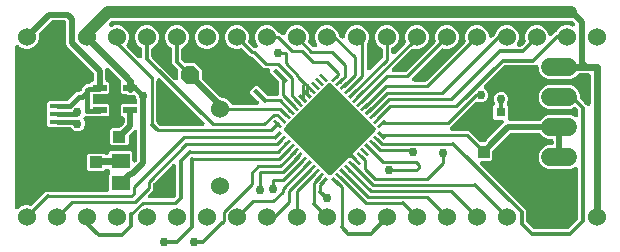
<source format=gbr>
G04 EAGLE Gerber RS-274X export*
G75*
%MOMM*%
%FSLAX34Y34*%
%LPD*%
%INTop Copper*%
%IPPOS*%
%AMOC8*
5,1,8,0,0,1.08239X$1,22.5*%
G01*
%ADD10R,0.800000X0.800000*%
%ADD11C,1.524000*%
%ADD12P,1.649562X8X22.500000*%
%ADD13R,1.000000X1.100000*%
%ADD14C,1.524000*%
%ADD15R,0.254000X0.812800*%
%ADD16R,5.511800X5.511800*%
%ADD17R,1.380000X0.406400*%
%ADD18R,1.550000X1.425000*%
%ADD19R,1.900000X1.800000*%
%ADD20R,1.900000X1.000000*%
%ADD21R,1.300000X1.650000*%
%ADD22R,1.399997X0.400000*%
%ADD23R,1.200000X0.550000*%
%ADD24R,1.100000X1.000000*%
%ADD25R,1.500000X1.300000*%
%ADD26C,0.609600*%
%ADD27C,0.756400*%
%ADD28C,0.254000*%
%ADD29C,1.016000*%
%ADD30C,0.508000*%
%ADD31C,0.406400*%
%ADD32C,0.304800*%

G36*
X264903Y71749D02*
X264903Y71749D01*
X264912Y71748D01*
X265105Y71773D01*
X265294Y71795D01*
X265302Y71798D01*
X265311Y71799D01*
X265494Y71860D01*
X265677Y71920D01*
X265685Y71924D01*
X265693Y71927D01*
X265858Y72022D01*
X266027Y72118D01*
X266034Y72123D01*
X266042Y72128D01*
X266295Y72343D01*
X267438Y73486D01*
X267459Y73494D01*
X267459Y73495D01*
X271079Y74994D01*
X275021Y74994D01*
X275568Y74768D01*
X275589Y74761D01*
X275609Y74751D01*
X275782Y74703D01*
X275953Y74651D01*
X275975Y74649D01*
X275997Y74643D01*
X276176Y74630D01*
X276354Y74613D01*
X276376Y74615D01*
X276398Y74614D01*
X276577Y74636D01*
X276754Y74655D01*
X276775Y74661D01*
X276798Y74664D01*
X276968Y74721D01*
X277139Y74775D01*
X277158Y74785D01*
X277179Y74792D01*
X277335Y74882D01*
X277492Y74968D01*
X277509Y74982D01*
X277528Y74993D01*
X277781Y75208D01*
X289146Y86572D01*
X292433Y86572D01*
X292475Y86551D01*
X292629Y86470D01*
X292654Y86462D01*
X292679Y86450D01*
X292848Y86405D01*
X293015Y86355D01*
X293041Y86353D01*
X293067Y86346D01*
X293398Y86318D01*
X340607Y86318D01*
X340625Y86320D01*
X340643Y86319D01*
X340825Y86340D01*
X341008Y86358D01*
X341025Y86364D01*
X341042Y86366D01*
X341217Y86423D01*
X341393Y86476D01*
X341408Y86485D01*
X341425Y86491D01*
X341585Y86581D01*
X341747Y86668D01*
X341760Y86680D01*
X341776Y86688D01*
X341915Y86809D01*
X342056Y86926D01*
X342067Y86940D01*
X342081Y86952D01*
X342193Y87097D01*
X342308Y87240D01*
X342316Y87256D01*
X342327Y87270D01*
X342409Y87435D01*
X342494Y87597D01*
X342499Y87614D01*
X342507Y87630D01*
X342554Y87808D01*
X342605Y87984D01*
X342607Y88002D01*
X342611Y88019D01*
X342638Y88350D01*
X342638Y101135D01*
X343255Y101751D01*
X343266Y101765D01*
X343280Y101777D01*
X343394Y101921D01*
X343510Y102063D01*
X343518Y102078D01*
X343529Y102092D01*
X343613Y102256D01*
X343698Y102418D01*
X343704Y102435D01*
X343712Y102451D01*
X343761Y102628D01*
X343813Y102804D01*
X343815Y102822D01*
X343820Y102839D01*
X343833Y103022D01*
X343850Y103205D01*
X343848Y103223D01*
X343849Y103241D01*
X343826Y103423D01*
X343806Y103606D01*
X343801Y103623D01*
X343799Y103640D01*
X343740Y103814D01*
X343685Y103989D01*
X343676Y104005D01*
X343670Y104022D01*
X343579Y104181D01*
X343490Y104342D01*
X343478Y104355D01*
X343469Y104371D01*
X343255Y104624D01*
X342293Y105586D01*
X342279Y105597D01*
X342267Y105611D01*
X342123Y105725D01*
X341981Y105841D01*
X341965Y105849D01*
X341951Y105861D01*
X341787Y105944D01*
X341625Y106030D01*
X341608Y106035D01*
X341592Y106043D01*
X341415Y106092D01*
X341239Y106144D01*
X341222Y106146D01*
X341204Y106151D01*
X341021Y106164D01*
X340838Y106181D01*
X340821Y106179D01*
X340803Y106180D01*
X340621Y106157D01*
X340438Y106137D01*
X340421Y106132D01*
X340403Y106130D01*
X340230Y106071D01*
X340054Y106016D01*
X340039Y106007D01*
X340022Y106002D01*
X339863Y105910D01*
X339702Y105821D01*
X339688Y105810D01*
X339673Y105801D01*
X339420Y105586D01*
X338235Y104401D01*
X325340Y104401D01*
X324001Y105740D01*
X324001Y117635D01*
X325340Y118974D01*
X338235Y118974D01*
X338592Y118617D01*
X338612Y118601D01*
X338628Y118582D01*
X338629Y118581D01*
X338630Y118580D01*
X338768Y118473D01*
X338903Y118362D01*
X338927Y118350D01*
X338948Y118333D01*
X339104Y118255D01*
X339259Y118173D01*
X339285Y118166D01*
X339309Y118154D01*
X339478Y118108D01*
X339645Y118059D01*
X339671Y118056D01*
X339697Y118049D01*
X340028Y118022D01*
X340607Y118022D01*
X340625Y118024D01*
X340643Y118023D01*
X340825Y118044D01*
X341008Y118062D01*
X341025Y118067D01*
X341042Y118069D01*
X341217Y118126D01*
X341393Y118180D01*
X341408Y118189D01*
X341425Y118194D01*
X341585Y118285D01*
X341747Y118372D01*
X341760Y118383D01*
X341776Y118392D01*
X341915Y118512D01*
X342056Y118630D01*
X342067Y118644D01*
X342081Y118655D01*
X342193Y118800D01*
X342308Y118944D01*
X342316Y118959D01*
X342327Y118973D01*
X342409Y119138D01*
X342494Y119301D01*
X342499Y119318D01*
X342507Y119334D01*
X342554Y119512D01*
X342605Y119688D01*
X342607Y119705D01*
X342611Y119723D01*
X342638Y120053D01*
X342638Y120135D01*
X343978Y121474D01*
X360872Y121474D01*
X362212Y120135D01*
X362212Y113379D01*
X362213Y113370D01*
X362212Y113361D01*
X362233Y113171D01*
X362252Y112978D01*
X362254Y112970D01*
X362255Y112961D01*
X362313Y112778D01*
X362370Y112594D01*
X362374Y112586D01*
X362377Y112577D01*
X362470Y112409D01*
X362562Y112240D01*
X362567Y112233D01*
X362572Y112225D01*
X362697Y112076D01*
X362819Y111930D01*
X362826Y111925D01*
X362832Y111918D01*
X362983Y111798D01*
X363133Y111678D01*
X363141Y111674D01*
X363148Y111668D01*
X363320Y111581D01*
X363490Y111492D01*
X363499Y111490D01*
X363507Y111486D01*
X363693Y111434D01*
X363877Y111381D01*
X363886Y111380D01*
X363895Y111378D01*
X364087Y111364D01*
X364279Y111348D01*
X364287Y111349D01*
X364296Y111349D01*
X364488Y111373D01*
X364678Y111395D01*
X364687Y111398D01*
X364696Y111399D01*
X364877Y111460D01*
X365061Y111520D01*
X365069Y111524D01*
X365077Y111527D01*
X365243Y111623D01*
X365412Y111718D01*
X365419Y111724D01*
X365426Y111728D01*
X365679Y111943D01*
X366067Y112330D01*
X366084Y112351D01*
X366104Y112369D01*
X366211Y112506D01*
X366322Y112642D01*
X366335Y112666D01*
X366351Y112687D01*
X366429Y112843D01*
X366511Y112998D01*
X366518Y113023D01*
X366530Y113047D01*
X366576Y113217D01*
X366625Y113384D01*
X366628Y113410D01*
X366635Y113436D01*
X366662Y113767D01*
X366662Y136882D01*
X366661Y136891D01*
X366662Y136900D01*
X366641Y137093D01*
X366622Y137283D01*
X366619Y137291D01*
X366618Y137300D01*
X366560Y137484D01*
X366504Y137667D01*
X366499Y137675D01*
X366497Y137684D01*
X366404Y137852D01*
X366312Y138021D01*
X366306Y138028D01*
X366302Y138036D01*
X366177Y138183D01*
X366054Y138331D01*
X366047Y138336D01*
X366041Y138343D01*
X365890Y138463D01*
X365740Y138583D01*
X365733Y138587D01*
X365726Y138593D01*
X365553Y138680D01*
X365383Y138769D01*
X365375Y138771D01*
X365367Y138775D01*
X365180Y138827D01*
X364996Y138880D01*
X364987Y138881D01*
X364979Y138883D01*
X364786Y138897D01*
X364595Y138913D01*
X364586Y138912D01*
X364577Y138912D01*
X364385Y138888D01*
X364195Y138866D01*
X364187Y138863D01*
X364178Y138862D01*
X363996Y138801D01*
X363812Y138741D01*
X363804Y138737D01*
X363796Y138734D01*
X363629Y138638D01*
X363462Y138543D01*
X363455Y138537D01*
X363447Y138533D01*
X363194Y138318D01*
X359782Y134906D01*
X359765Y134885D01*
X359744Y134867D01*
X359637Y134730D01*
X359527Y134594D01*
X359514Y134571D01*
X359498Y134549D01*
X359420Y134392D01*
X359338Y134238D01*
X359330Y134213D01*
X359318Y134189D01*
X359273Y134019D01*
X359223Y133853D01*
X359221Y133826D01*
X359214Y133800D01*
X359187Y133469D01*
X359187Y127403D01*
X357847Y126063D01*
X344953Y126063D01*
X343613Y127403D01*
X343613Y139297D01*
X344953Y140637D01*
X351019Y140637D01*
X351046Y140639D01*
X351073Y140637D01*
X351247Y140659D01*
X351420Y140677D01*
X351445Y140684D01*
X351472Y140688D01*
X351638Y140744D01*
X351805Y140795D01*
X351828Y140808D01*
X351854Y140816D01*
X352005Y140903D01*
X352159Y140987D01*
X352179Y141004D01*
X352203Y141017D01*
X352456Y141232D01*
X355241Y144017D01*
X355258Y144038D01*
X355278Y144055D01*
X355385Y144193D01*
X355496Y144328D01*
X355508Y144352D01*
X355525Y144373D01*
X355602Y144529D01*
X355685Y144684D01*
X355692Y144710D01*
X355704Y144734D01*
X355750Y144903D01*
X355799Y145070D01*
X355802Y145097D01*
X355809Y145122D01*
X355836Y145453D01*
X355836Y148532D01*
X355834Y148550D01*
X355835Y148568D01*
X355814Y148750D01*
X355796Y148933D01*
X355791Y148950D01*
X355789Y148967D01*
X355732Y149142D01*
X355678Y149318D01*
X355669Y149333D01*
X355664Y149350D01*
X355573Y149510D01*
X355486Y149672D01*
X355475Y149685D01*
X355466Y149701D01*
X355346Y149840D01*
X355228Y149981D01*
X355214Y149992D01*
X355203Y150006D01*
X355058Y150118D01*
X354914Y150233D01*
X354899Y150241D01*
X354885Y150252D01*
X354720Y150334D01*
X354557Y150419D01*
X354540Y150424D01*
X354524Y150432D01*
X354346Y150479D01*
X354170Y150530D01*
X354152Y150532D01*
X354135Y150536D01*
X353805Y150563D01*
X353715Y150563D01*
X352376Y151903D01*
X352376Y159297D01*
X353715Y160637D01*
X364631Y160637D01*
X364648Y160639D01*
X364666Y160637D01*
X364848Y160658D01*
X365031Y160677D01*
X365048Y160682D01*
X365066Y160684D01*
X365240Y160741D01*
X365416Y160795D01*
X365432Y160803D01*
X365449Y160809D01*
X365609Y160899D01*
X365770Y160987D01*
X365784Y160998D01*
X365799Y161007D01*
X365939Y161127D01*
X366079Y161244D01*
X366091Y161258D01*
X366104Y161270D01*
X366217Y161415D01*
X366332Y161558D01*
X366340Y161574D01*
X366351Y161588D01*
X366433Y161753D01*
X366517Y161915D01*
X366522Y161932D01*
X366530Y161948D01*
X366578Y162127D01*
X366629Y162302D01*
X366630Y162320D01*
X366635Y162337D01*
X366662Y162668D01*
X366662Y163511D01*
X366659Y163542D01*
X366661Y163573D01*
X366639Y163743D01*
X366622Y163912D01*
X366613Y163941D01*
X366609Y163973D01*
X366507Y164288D01*
X365723Y166182D01*
X365723Y166509D01*
X365720Y166536D01*
X365722Y166562D01*
X365700Y166736D01*
X365683Y166910D01*
X365675Y166935D01*
X365672Y166962D01*
X365616Y167127D01*
X365565Y167295D01*
X365552Y167318D01*
X365543Y167344D01*
X365456Y167495D01*
X365373Y167649D01*
X365356Y167669D01*
X365342Y167692D01*
X365128Y167945D01*
X364754Y168319D01*
X364737Y168333D01*
X364722Y168350D01*
X364581Y168461D01*
X364443Y168574D01*
X364423Y168585D01*
X364405Y168598D01*
X364245Y168679D01*
X364087Y168763D01*
X364066Y168769D01*
X364046Y168779D01*
X363872Y168827D01*
X363701Y168878D01*
X363679Y168880D01*
X363657Y168886D01*
X363479Y168898D01*
X363300Y168914D01*
X363278Y168912D01*
X363256Y168913D01*
X363078Y168890D01*
X362900Y168871D01*
X362879Y168864D01*
X362856Y168861D01*
X362540Y168759D01*
X361724Y168421D01*
X359601Y168421D01*
X357343Y169357D01*
X357238Y169412D01*
X357213Y169420D01*
X357189Y169432D01*
X357019Y169477D01*
X356852Y169527D01*
X356826Y169529D01*
X356800Y169536D01*
X356469Y169563D01*
X353715Y169563D01*
X352376Y170903D01*
X352376Y178297D01*
X352499Y178421D01*
X352511Y178435D01*
X352524Y178446D01*
X352638Y178590D01*
X352755Y178732D01*
X352763Y178748D01*
X352774Y178762D01*
X352857Y178926D01*
X352943Y179088D01*
X352948Y179105D01*
X352956Y179121D01*
X353006Y179298D01*
X353058Y179474D01*
X353060Y179492D01*
X353064Y179509D01*
X353078Y179692D01*
X353094Y179875D01*
X353092Y179893D01*
X353094Y179911D01*
X353071Y180093D01*
X353051Y180275D01*
X353046Y180292D01*
X353043Y180310D01*
X352985Y180484D01*
X352929Y180659D01*
X352921Y180675D01*
X352915Y180692D01*
X352823Y180851D01*
X352735Y181011D01*
X352723Y181025D01*
X352714Y181041D01*
X352500Y181294D01*
X342957Y190836D01*
X342950Y190842D01*
X342944Y190849D01*
X342795Y190969D01*
X342645Y191091D01*
X342637Y191096D01*
X342630Y191101D01*
X342459Y191190D01*
X342290Y191280D01*
X342281Y191282D01*
X342273Y191287D01*
X342088Y191340D01*
X341904Y191395D01*
X341895Y191396D01*
X341886Y191398D01*
X341695Y191414D01*
X341503Y191431D01*
X341494Y191430D01*
X341485Y191431D01*
X341296Y191409D01*
X341102Y191388D01*
X341094Y191385D01*
X341085Y191384D01*
X340903Y191325D01*
X340719Y191266D01*
X340711Y191262D01*
X340702Y191259D01*
X340534Y191164D01*
X340366Y191071D01*
X340360Y191066D01*
X340352Y191061D01*
X340206Y190935D01*
X340059Y190811D01*
X340054Y190804D01*
X340047Y190798D01*
X339930Y190647D01*
X339810Y190495D01*
X339806Y190487D01*
X339800Y190480D01*
X339715Y190308D01*
X339627Y190136D01*
X339625Y190127D01*
X339621Y190119D01*
X339571Y189933D01*
X339519Y189748D01*
X339519Y189739D01*
X339516Y189731D01*
X339489Y189400D01*
X339489Y181668D01*
X339491Y181650D01*
X339490Y181632D01*
X339511Y181450D01*
X339529Y181267D01*
X339534Y181250D01*
X339536Y181233D01*
X339593Y181058D01*
X339647Y180882D01*
X339656Y180867D01*
X339661Y180850D01*
X339752Y180690D01*
X339839Y180528D01*
X339850Y180515D01*
X339859Y180499D01*
X339979Y180360D01*
X340097Y180219D01*
X340111Y180208D01*
X340122Y180194D01*
X340267Y180082D01*
X340411Y179967D01*
X340426Y179959D01*
X340440Y179948D01*
X340605Y179866D01*
X340768Y179781D01*
X340785Y179776D01*
X340801Y179768D01*
X340979Y179721D01*
X341155Y179670D01*
X341173Y179668D01*
X341190Y179664D01*
X341520Y179637D01*
X341610Y179637D01*
X342949Y178297D01*
X342949Y170903D01*
X341610Y169563D01*
X335387Y169563D01*
X335355Y169560D01*
X335324Y169562D01*
X335156Y169540D01*
X334986Y169523D01*
X334956Y169514D01*
X334925Y169510D01*
X334697Y169437D01*
X333804Y169437D01*
X332556Y169437D01*
X332555Y169437D01*
X330694Y169437D01*
X330677Y169435D01*
X330659Y169436D01*
X330477Y169415D01*
X330294Y169397D01*
X330277Y169392D01*
X330259Y169390D01*
X330085Y169333D01*
X329909Y169279D01*
X329893Y169270D01*
X329876Y169265D01*
X329716Y169174D01*
X329555Y169087D01*
X329541Y169076D01*
X329526Y169067D01*
X329386Y168947D01*
X329246Y168829D01*
X329234Y168815D01*
X329221Y168804D01*
X329108Y168659D01*
X328993Y168515D01*
X328985Y168500D01*
X328974Y168486D01*
X328892Y168321D01*
X328808Y168158D01*
X328803Y168141D01*
X328795Y168125D01*
X328747Y167947D01*
X328696Y167771D01*
X328695Y167753D01*
X328690Y167736D01*
X328663Y167406D01*
X328663Y162668D01*
X328665Y162650D01*
X328664Y162632D01*
X328685Y162450D01*
X328703Y162267D01*
X328708Y162250D01*
X328710Y162233D01*
X328767Y162058D01*
X328821Y161882D01*
X328830Y161867D01*
X328835Y161850D01*
X328926Y161690D01*
X329013Y161528D01*
X329024Y161515D01*
X329033Y161499D01*
X329153Y161360D01*
X329271Y161219D01*
X329285Y161208D01*
X329296Y161194D01*
X329441Y161082D01*
X329585Y160967D01*
X329600Y160959D01*
X329614Y160948D01*
X329779Y160866D01*
X329942Y160781D01*
X329959Y160776D01*
X329975Y160768D01*
X330153Y160721D01*
X330329Y160670D01*
X330347Y160668D01*
X330364Y160664D01*
X330694Y160637D01*
X341610Y160637D01*
X342949Y159297D01*
X342949Y151903D01*
X341610Y150563D01*
X335243Y150563D01*
X335212Y150560D01*
X335181Y150562D01*
X335012Y150540D01*
X334992Y150538D01*
X323398Y150538D01*
X323337Y150557D01*
X323328Y150557D01*
X323319Y150560D01*
X323128Y150577D01*
X322936Y150595D01*
X322927Y150594D01*
X322918Y150595D01*
X322727Y150573D01*
X322536Y150553D01*
X322527Y150550D01*
X322518Y150549D01*
X322336Y150491D01*
X322151Y150433D01*
X322143Y150429D01*
X322135Y150426D01*
X321966Y150332D01*
X321798Y150240D01*
X321791Y150234D01*
X321783Y150230D01*
X321636Y150104D01*
X321490Y149981D01*
X321484Y149974D01*
X321477Y149968D01*
X321359Y149817D01*
X321239Y149666D01*
X321235Y149658D01*
X321229Y149651D01*
X321143Y149479D01*
X321055Y149308D01*
X321053Y149299D01*
X321048Y149291D01*
X320998Y149106D01*
X320945Y148921D01*
X320945Y148912D01*
X320942Y148903D01*
X320929Y148713D01*
X320914Y148519D01*
X320915Y148510D01*
X320915Y148501D01*
X320939Y148313D01*
X320963Y148120D01*
X320966Y148111D01*
X320967Y148102D01*
X321068Y147786D01*
X321981Y145582D01*
X321981Y143168D01*
X321057Y140937D01*
X319350Y139230D01*
X317120Y138306D01*
X314705Y138306D01*
X312475Y139230D01*
X310569Y141136D01*
X310548Y141153D01*
X310531Y141174D01*
X310393Y141281D01*
X310257Y141391D01*
X310234Y141404D01*
X310212Y141420D01*
X310055Y141498D01*
X309901Y141580D01*
X309876Y141588D01*
X309852Y141600D01*
X309682Y141645D01*
X309516Y141695D01*
X309489Y141697D01*
X309463Y141704D01*
X309132Y141731D01*
X291803Y141731D01*
X290463Y143071D01*
X290463Y162029D01*
X291803Y163369D01*
X306652Y163369D01*
X306679Y163371D01*
X306705Y163369D01*
X306879Y163391D01*
X307053Y163409D01*
X307078Y163416D01*
X307105Y163420D01*
X307270Y163475D01*
X307438Y163527D01*
X307461Y163540D01*
X307486Y163548D01*
X307638Y163635D01*
X307792Y163719D01*
X307812Y163736D01*
X307835Y163749D01*
X308088Y163964D01*
X314873Y170749D01*
X316461Y171406D01*
X317352Y171406D01*
X317378Y171409D01*
X317405Y171407D01*
X317579Y171429D01*
X317752Y171446D01*
X317778Y171454D01*
X317804Y171457D01*
X317970Y171513D01*
X318137Y171564D01*
X318161Y171577D01*
X318186Y171586D01*
X318338Y171673D01*
X318491Y171756D01*
X318512Y171773D01*
X318535Y171786D01*
X318788Y172001D01*
X319433Y172646D01*
X319453Y172671D01*
X319477Y172691D01*
X319581Y172826D01*
X319688Y172958D01*
X319703Y172986D01*
X319722Y173010D01*
X319874Y173305D01*
X320683Y175260D01*
X322840Y177417D01*
X324427Y178074D01*
X325311Y178074D01*
X325338Y178077D01*
X325365Y178075D01*
X325539Y178097D01*
X325712Y178114D01*
X325738Y178122D01*
X325764Y178125D01*
X325930Y178181D01*
X326097Y178232D01*
X326121Y178245D01*
X326146Y178254D01*
X326298Y178341D01*
X326451Y178424D01*
X326471Y178441D01*
X326495Y178454D01*
X326748Y178669D01*
X327715Y179637D01*
X327805Y179637D01*
X327822Y179639D01*
X327840Y179637D01*
X328022Y179658D01*
X328205Y179677D01*
X328222Y179682D01*
X328240Y179684D01*
X328414Y179741D01*
X328590Y179795D01*
X328606Y179803D01*
X328623Y179809D01*
X328783Y179899D01*
X328944Y179987D01*
X328958Y179998D01*
X328973Y180007D01*
X329113Y180127D01*
X329253Y180244D01*
X329265Y180258D01*
X329278Y180270D01*
X329391Y180415D01*
X329506Y180558D01*
X329514Y180574D01*
X329525Y180588D01*
X329607Y180753D01*
X329691Y180915D01*
X329696Y180932D01*
X329704Y180948D01*
X329752Y181127D01*
X329803Y181302D01*
X329804Y181320D01*
X329809Y181337D01*
X329836Y181668D01*
X329836Y186233D01*
X329833Y186260D01*
X329835Y186286D01*
X329813Y186460D01*
X329796Y186634D01*
X329788Y186659D01*
X329785Y186686D01*
X329729Y186851D01*
X329678Y187019D01*
X329665Y187042D01*
X329656Y187067D01*
X329569Y187219D01*
X329486Y187373D01*
X329469Y187393D01*
X329456Y187416D01*
X329241Y187669D01*
X307312Y209598D01*
X306577Y211372D01*
X306577Y229680D01*
X306575Y229697D01*
X306577Y229715D01*
X306556Y229897D01*
X306537Y230080D01*
X306532Y230097D01*
X306530Y230115D01*
X306473Y230289D01*
X306419Y230465D01*
X306411Y230481D01*
X306405Y230498D01*
X306315Y230658D01*
X306227Y230819D01*
X306216Y230833D01*
X306207Y230848D01*
X306087Y230988D01*
X305970Y231128D01*
X305956Y231140D01*
X305944Y231153D01*
X305799Y231266D01*
X305656Y231381D01*
X305640Y231389D01*
X305626Y231400D01*
X305461Y231482D01*
X305299Y231566D01*
X305282Y231571D01*
X305266Y231579D01*
X305087Y231627D01*
X304912Y231678D01*
X304894Y231679D01*
X304877Y231684D01*
X304546Y231711D01*
X294941Y231711D01*
X294914Y231708D01*
X294887Y231710D01*
X294713Y231688D01*
X294540Y231671D01*
X294515Y231663D01*
X294488Y231660D01*
X294322Y231604D01*
X294155Y231553D01*
X294132Y231540D01*
X294106Y231531D01*
X293955Y231444D01*
X293801Y231361D01*
X293781Y231344D01*
X293757Y231331D01*
X293504Y231116D01*
X283552Y221163D01*
X283535Y221142D01*
X283514Y221125D01*
X283407Y220987D01*
X283297Y220852D01*
X283284Y220828D01*
X283268Y220807D01*
X283190Y220650D01*
X283108Y220496D01*
X283100Y220470D01*
X283088Y220446D01*
X283043Y220277D01*
X282993Y220110D01*
X282991Y220083D01*
X282984Y220058D01*
X282957Y219727D01*
X282957Y215517D01*
X281449Y211876D01*
X278662Y209089D01*
X275021Y207581D01*
X271079Y207581D01*
X267438Y209089D01*
X266295Y210232D01*
X266288Y210238D01*
X266282Y210245D01*
X266132Y210366D01*
X265983Y210488D01*
X265975Y210492D01*
X265968Y210497D01*
X265798Y210586D01*
X265628Y210676D01*
X265619Y210679D01*
X265611Y210683D01*
X265427Y210736D01*
X265242Y210791D01*
X265233Y210792D01*
X265224Y210794D01*
X265033Y210810D01*
X264841Y210827D01*
X264832Y210826D01*
X264823Y210827D01*
X264634Y210805D01*
X264440Y210784D01*
X264432Y210781D01*
X264423Y210780D01*
X264241Y210721D01*
X264057Y210662D01*
X264049Y210658D01*
X264040Y210655D01*
X263873Y210561D01*
X263704Y210468D01*
X263697Y210462D01*
X263690Y210457D01*
X263545Y210332D01*
X263397Y210207D01*
X263392Y210200D01*
X263385Y210194D01*
X263268Y210044D01*
X263148Y209891D01*
X263144Y209883D01*
X263138Y209876D01*
X263053Y209706D01*
X262965Y209532D01*
X262963Y209524D01*
X262959Y209516D01*
X262909Y209330D01*
X262857Y209144D01*
X262857Y209135D01*
X262854Y209127D01*
X262827Y208796D01*
X262827Y73779D01*
X262828Y73770D01*
X262827Y73761D01*
X262848Y73569D01*
X262867Y73378D01*
X262870Y73370D01*
X262871Y73361D01*
X262929Y73178D01*
X262985Y72993D01*
X262990Y72985D01*
X262992Y72977D01*
X263085Y72809D01*
X263177Y72639D01*
X263183Y72632D01*
X263187Y72625D01*
X263312Y72477D01*
X263435Y72330D01*
X263442Y72324D01*
X263448Y72318D01*
X263599Y72198D01*
X263749Y72078D01*
X263757Y72074D01*
X263763Y72068D01*
X263935Y71981D01*
X264106Y71892D01*
X264114Y71890D01*
X264122Y71886D01*
X264308Y71834D01*
X264493Y71781D01*
X264502Y71780D01*
X264510Y71778D01*
X264703Y71764D01*
X264894Y71748D01*
X264903Y71749D01*
G37*
G36*
X467519Y160192D02*
X467519Y160192D01*
X467528Y160191D01*
X467721Y160212D01*
X467910Y160231D01*
X467919Y160233D01*
X467928Y160234D01*
X468112Y160293D01*
X468295Y160349D01*
X468303Y160353D01*
X468312Y160356D01*
X468480Y160449D01*
X468649Y160541D01*
X468656Y160546D01*
X468664Y160551D01*
X468811Y160676D01*
X468959Y160799D01*
X468964Y160806D01*
X468971Y160811D01*
X469090Y160962D01*
X469211Y161112D01*
X469215Y161120D01*
X469221Y161127D01*
X469308Y161300D01*
X469396Y161470D01*
X469399Y161478D01*
X469403Y161486D01*
X469455Y161673D01*
X469508Y161857D01*
X469509Y161865D01*
X469511Y161874D01*
X469525Y162067D01*
X469541Y162258D01*
X469540Y162267D01*
X469540Y162276D01*
X469516Y162468D01*
X469494Y162658D01*
X469491Y162666D01*
X469490Y162675D01*
X469428Y162858D01*
X469369Y163040D01*
X469364Y163048D01*
X469362Y163057D01*
X469266Y163224D01*
X469171Y163391D01*
X469165Y163398D01*
X469161Y163406D01*
X468946Y163659D01*
X462289Y170316D01*
X462289Y172210D01*
X466457Y176378D01*
X468351Y176378D01*
X476386Y168343D01*
X476407Y168326D01*
X476424Y168306D01*
X476562Y168199D01*
X476697Y168088D01*
X476721Y168076D01*
X476742Y168059D01*
X476899Y167981D01*
X477053Y167900D01*
X477079Y167892D01*
X477103Y167880D01*
X477272Y167835D01*
X477439Y167785D01*
X477466Y167783D01*
X477492Y167776D01*
X477822Y167748D01*
X484323Y167748D01*
X484341Y167750D01*
X484359Y167749D01*
X484541Y167770D01*
X484724Y167788D01*
X484741Y167794D01*
X484758Y167796D01*
X484933Y167853D01*
X485109Y167906D01*
X485124Y167915D01*
X485141Y167921D01*
X485301Y168011D01*
X485463Y168098D01*
X485476Y168110D01*
X485492Y168118D01*
X485631Y168239D01*
X485772Y168356D01*
X485783Y168370D01*
X485796Y168382D01*
X485909Y168527D01*
X486024Y168670D01*
X486032Y168686D01*
X486043Y168700D01*
X486125Y168865D01*
X486210Y169027D01*
X486215Y169044D01*
X486223Y169060D01*
X486270Y169238D01*
X486321Y169414D01*
X486323Y169432D01*
X486327Y169449D01*
X486354Y169780D01*
X486354Y179350D01*
X486352Y179377D01*
X486354Y179403D01*
X486332Y179577D01*
X486314Y179751D01*
X486306Y179776D01*
X486303Y179803D01*
X486247Y179968D01*
X486196Y180136D01*
X486183Y180159D01*
X486175Y180184D01*
X486088Y180336D01*
X486004Y180490D01*
X485987Y180510D01*
X485974Y180533D01*
X485759Y180786D01*
X479260Y187286D01*
X479260Y189030D01*
X479258Y189047D01*
X479259Y189065D01*
X479238Y189248D01*
X479220Y189430D01*
X479214Y189447D01*
X479212Y189465D01*
X479155Y189640D01*
X479102Y189815D01*
X479093Y189831D01*
X479088Y189848D01*
X478997Y190008D01*
X478910Y190169D01*
X478898Y190183D01*
X478890Y190199D01*
X478769Y190338D01*
X478652Y190479D01*
X478638Y190490D01*
X478626Y190503D01*
X478481Y190616D01*
X478338Y190731D01*
X478322Y190739D01*
X478308Y190750D01*
X478143Y190832D01*
X477981Y190916D01*
X477964Y190921D01*
X477948Y190929D01*
X477770Y190977D01*
X477594Y191028D01*
X477576Y191029D01*
X477559Y191034D01*
X477228Y191061D01*
X473788Y191061D01*
X464270Y200579D01*
X464249Y200596D01*
X464231Y200617D01*
X464093Y200724D01*
X463958Y200834D01*
X463934Y200847D01*
X463913Y200863D01*
X463756Y200941D01*
X463602Y201023D01*
X463577Y201031D01*
X463553Y201043D01*
X463383Y201088D01*
X463216Y201138D01*
X463190Y201140D01*
X463164Y201147D01*
X462833Y201174D01*
X462133Y201174D01*
X455835Y207472D01*
X455818Y207486D01*
X455803Y207503D01*
X455663Y207614D01*
X455524Y207727D01*
X455504Y207738D01*
X455486Y207752D01*
X455326Y207832D01*
X455168Y207916D01*
X455147Y207922D01*
X455127Y207932D01*
X454954Y207980D01*
X454782Y208031D01*
X454760Y208033D01*
X454738Y208039D01*
X454560Y208051D01*
X454381Y208067D01*
X454359Y208065D01*
X454337Y208066D01*
X454160Y208043D01*
X453981Y208024D01*
X453960Y208017D01*
X453937Y208014D01*
X453622Y207913D01*
X452821Y207581D01*
X448879Y207581D01*
X445238Y209089D01*
X442451Y211876D01*
X440943Y215517D01*
X440943Y219458D01*
X442451Y223099D01*
X445238Y225886D01*
X448879Y227394D01*
X452821Y227394D01*
X456462Y225886D01*
X459249Y223099D01*
X460757Y219458D01*
X460757Y215517D01*
X460425Y214716D01*
X460418Y214695D01*
X460408Y214675D01*
X460360Y214501D01*
X460308Y214330D01*
X460306Y214308D01*
X460300Y214287D01*
X460287Y214107D01*
X460270Y213930D01*
X460273Y213908D01*
X460271Y213885D01*
X460293Y213707D01*
X460312Y213529D01*
X460319Y213508D01*
X460321Y213486D01*
X460378Y213316D01*
X460432Y213145D01*
X460443Y213125D01*
X460450Y213104D01*
X460539Y212949D01*
X460625Y212792D01*
X460639Y212775D01*
X460651Y212755D01*
X460865Y212502D01*
X464485Y208883D01*
X464506Y208866D01*
X464523Y208845D01*
X464661Y208739D01*
X464796Y208628D01*
X464820Y208615D01*
X464841Y208599D01*
X464997Y208521D01*
X465152Y208439D01*
X465178Y208431D01*
X465202Y208419D01*
X465371Y208374D01*
X465538Y208324D01*
X465565Y208322D01*
X465590Y208315D01*
X465921Y208288D01*
X466536Y208288D01*
X466545Y208289D01*
X466554Y208288D01*
X466744Y208309D01*
X466936Y208328D01*
X466945Y208330D01*
X466954Y208331D01*
X467138Y208390D01*
X467321Y208446D01*
X467329Y208450D01*
X467338Y208453D01*
X467507Y208546D01*
X467675Y208638D01*
X467682Y208643D01*
X467690Y208648D01*
X467837Y208773D01*
X467984Y208895D01*
X467990Y208902D01*
X467997Y208908D01*
X468117Y209059D01*
X468237Y209209D01*
X468241Y209217D01*
X468247Y209224D01*
X468334Y209396D01*
X468422Y209566D01*
X468425Y209575D01*
X468429Y209583D01*
X468481Y209769D01*
X468534Y209953D01*
X468534Y209962D01*
X468537Y209971D01*
X468551Y210163D01*
X468567Y210355D01*
X468566Y210363D01*
X468566Y210372D01*
X468542Y210564D01*
X468520Y210754D01*
X468517Y210763D01*
X468516Y210772D01*
X468455Y210953D01*
X468395Y211137D01*
X468390Y211145D01*
X468388Y211153D01*
X468292Y211319D01*
X468197Y211488D01*
X468191Y211495D01*
X468187Y211502D01*
X467972Y211755D01*
X467851Y211876D01*
X466343Y215517D01*
X466343Y219458D01*
X467851Y223099D01*
X470638Y225886D01*
X474279Y227394D01*
X478221Y227394D01*
X481862Y225886D01*
X484649Y223099D01*
X484980Y222298D01*
X484991Y222279D01*
X484998Y222257D01*
X485086Y222101D01*
X485170Y221943D01*
X485185Y221926D01*
X485196Y221907D01*
X485313Y221771D01*
X485427Y221633D01*
X485444Y221619D01*
X485459Y221602D01*
X485600Y221493D01*
X485740Y221379D01*
X485759Y221369D01*
X485777Y221355D01*
X485937Y221276D01*
X486096Y221192D01*
X486117Y221186D01*
X486137Y221176D01*
X486311Y221129D01*
X486482Y221079D01*
X486505Y221077D01*
X486526Y221071D01*
X486857Y221044D01*
X487248Y221044D01*
X488742Y219551D01*
X488752Y219542D01*
X488761Y219532D01*
X488908Y219415D01*
X489053Y219296D01*
X489065Y219289D01*
X489075Y219281D01*
X489243Y219195D01*
X489409Y219107D01*
X489422Y219103D01*
X489434Y219097D01*
X489614Y219046D01*
X489795Y218992D01*
X489808Y218991D01*
X489821Y218987D01*
X490007Y218973D01*
X490196Y218956D01*
X490209Y218957D01*
X490222Y218956D01*
X490408Y218979D01*
X490596Y218999D01*
X490609Y219003D01*
X490622Y219005D01*
X490801Y219064D01*
X490980Y219121D01*
X490992Y219127D01*
X491004Y219132D01*
X491167Y219224D01*
X491332Y219316D01*
X491342Y219324D01*
X491354Y219331D01*
X491495Y219454D01*
X491639Y219576D01*
X491648Y219587D01*
X491658Y219595D01*
X491772Y219744D01*
X491889Y219892D01*
X491895Y219904D01*
X491903Y219915D01*
X492055Y220210D01*
X493251Y223099D01*
X496038Y225886D01*
X499679Y227394D01*
X503621Y227394D01*
X507262Y225886D01*
X510049Y223099D01*
X511557Y219458D01*
X511557Y215517D01*
X511225Y214716D01*
X511218Y214695D01*
X511208Y214675D01*
X511160Y214501D01*
X511108Y214330D01*
X511106Y214308D01*
X511100Y214287D01*
X511087Y214107D01*
X511070Y213930D01*
X511073Y213908D01*
X511071Y213885D01*
X511093Y213707D01*
X511112Y213529D01*
X511119Y213508D01*
X511121Y213486D01*
X511178Y213316D01*
X511232Y213145D01*
X511243Y213125D01*
X511250Y213104D01*
X511339Y212949D01*
X511425Y212792D01*
X511439Y212775D01*
X511451Y212755D01*
X511665Y212502D01*
X514784Y209384D01*
X514805Y209367D01*
X514822Y209346D01*
X514960Y209240D01*
X515095Y209129D01*
X515119Y209116D01*
X515140Y209100D01*
X515296Y209022D01*
X515451Y208940D01*
X515477Y208932D01*
X515501Y208920D01*
X515670Y208875D01*
X515837Y208825D01*
X515864Y208823D01*
X515889Y208816D01*
X516220Y208789D01*
X516890Y208789D01*
X516904Y208790D01*
X516917Y208789D01*
X517103Y208810D01*
X517291Y208829D01*
X517304Y208833D01*
X517317Y208834D01*
X517496Y208892D01*
X517676Y208947D01*
X517687Y208953D01*
X517700Y208957D01*
X517865Y209049D01*
X518030Y209139D01*
X518040Y209147D01*
X518052Y209154D01*
X518194Y209276D01*
X518339Y209396D01*
X518347Y209407D01*
X518358Y209415D01*
X518473Y209563D01*
X518591Y209710D01*
X518598Y209722D01*
X518606Y209732D01*
X518690Y209901D01*
X518777Y210067D01*
X518781Y210080D01*
X518787Y210092D01*
X518836Y210273D01*
X518888Y210454D01*
X518889Y210468D01*
X518893Y210481D01*
X518906Y210669D01*
X518921Y210856D01*
X518920Y210869D01*
X518921Y210882D01*
X518896Y211070D01*
X518874Y211255D01*
X518870Y211268D01*
X518868Y211281D01*
X518767Y211597D01*
X517143Y215517D01*
X517143Y219458D01*
X518651Y223099D01*
X521438Y225886D01*
X525079Y227394D01*
X529021Y227394D01*
X532662Y225886D01*
X535449Y223099D01*
X537034Y219272D01*
X537064Y219183D01*
X537115Y219017D01*
X537127Y218993D01*
X537136Y218968D01*
X537223Y218816D01*
X537307Y218663D01*
X537324Y218642D01*
X537337Y218619D01*
X537552Y218366D01*
X539076Y216842D01*
X539083Y216836D01*
X539088Y216829D01*
X539239Y216708D01*
X539387Y216587D01*
X539395Y216583D01*
X539402Y216577D01*
X539572Y216488D01*
X539743Y216398D01*
X539752Y216396D01*
X539759Y216391D01*
X539944Y216338D01*
X540129Y216283D01*
X540138Y216282D01*
X540146Y216280D01*
X540337Y216264D01*
X540530Y216247D01*
X540539Y216248D01*
X540548Y216247D01*
X540737Y216269D01*
X540930Y216290D01*
X540939Y216293D01*
X540947Y216294D01*
X541129Y216353D01*
X541314Y216412D01*
X541322Y216416D01*
X541330Y216419D01*
X541497Y216513D01*
X541666Y216607D01*
X541673Y216612D01*
X541681Y216617D01*
X541826Y216742D01*
X541973Y216867D01*
X541979Y216874D01*
X541986Y216880D01*
X542102Y217030D01*
X542223Y217183D01*
X542227Y217191D01*
X542232Y217198D01*
X542317Y217369D01*
X542405Y217542D01*
X542408Y217551D01*
X542412Y217559D01*
X542461Y217744D01*
X542513Y217930D01*
X542514Y217939D01*
X542516Y217947D01*
X542543Y218278D01*
X542543Y219458D01*
X544051Y223099D01*
X546838Y225886D01*
X550479Y227394D01*
X554421Y227394D01*
X558062Y225886D01*
X560849Y223099D01*
X562357Y219458D01*
X562357Y215517D01*
X560924Y212058D01*
X560915Y212028D01*
X560901Y212000D01*
X560857Y211835D01*
X560807Y211672D01*
X560804Y211641D01*
X560796Y211611D01*
X560769Y211280D01*
X560769Y191406D01*
X560770Y191397D01*
X560769Y191388D01*
X560790Y191195D01*
X560809Y191005D01*
X560812Y190997D01*
X560813Y190988D01*
X560871Y190805D01*
X560927Y190620D01*
X560932Y190613D01*
X560934Y190604D01*
X561027Y190436D01*
X561119Y190266D01*
X561125Y190260D01*
X561129Y190252D01*
X561254Y190105D01*
X561377Y189957D01*
X561384Y189952D01*
X561390Y189945D01*
X561541Y189825D01*
X561691Y189705D01*
X561698Y189701D01*
X561705Y189695D01*
X561878Y189607D01*
X562048Y189519D01*
X562056Y189517D01*
X562064Y189513D01*
X562251Y189461D01*
X562435Y189408D01*
X562444Y189407D01*
X562452Y189405D01*
X562645Y189391D01*
X562836Y189375D01*
X562845Y189376D01*
X562854Y189375D01*
X563046Y189400D01*
X563236Y189422D01*
X563244Y189425D01*
X563253Y189426D01*
X563436Y189487D01*
X563619Y189547D01*
X563627Y189551D01*
X563635Y189554D01*
X563802Y189650D01*
X563969Y189745D01*
X563976Y189751D01*
X563984Y189755D01*
X564237Y189970D01*
X573698Y199431D01*
X573715Y199452D01*
X573736Y199469D01*
X573843Y199607D01*
X573953Y199743D01*
X573966Y199766D01*
X573982Y199788D01*
X574060Y199944D01*
X574142Y200098D01*
X574150Y200124D01*
X574162Y200148D01*
X574207Y200317D01*
X574257Y200484D01*
X574259Y200511D01*
X574266Y200537D01*
X574293Y200868D01*
X574293Y206881D01*
X574291Y206903D01*
X574293Y206925D01*
X574271Y207103D01*
X574253Y207281D01*
X574247Y207302D01*
X574244Y207325D01*
X574188Y207495D01*
X574135Y207666D01*
X574125Y207686D01*
X574118Y207707D01*
X574029Y207863D01*
X573943Y208020D01*
X573929Y208037D01*
X573918Y208057D01*
X573800Y208192D01*
X573686Y208329D01*
X573668Y208343D01*
X573654Y208360D01*
X573511Y208469D01*
X573372Y208582D01*
X573352Y208592D01*
X573335Y208606D01*
X573039Y208757D01*
X572238Y209089D01*
X569451Y211876D01*
X567943Y215517D01*
X567943Y219458D01*
X569451Y223099D01*
X572238Y225886D01*
X575879Y227394D01*
X579821Y227394D01*
X583462Y225886D01*
X586249Y223099D01*
X587757Y219458D01*
X587757Y215517D01*
X586249Y211876D01*
X583462Y209089D01*
X582661Y208757D01*
X582641Y208747D01*
X582620Y208740D01*
X582464Y208652D01*
X582306Y208567D01*
X582289Y208553D01*
X582269Y208542D01*
X582134Y208425D01*
X581995Y208311D01*
X581981Y208293D01*
X581964Y208279D01*
X581855Y208137D01*
X581742Y207998D01*
X581731Y207978D01*
X581718Y207961D01*
X581638Y207800D01*
X581555Y207641D01*
X581548Y207620D01*
X581538Y207600D01*
X581492Y207426D01*
X581442Y207255D01*
X581440Y207233D01*
X581434Y207211D01*
X581407Y206881D01*
X581407Y204971D01*
X581408Y204962D01*
X581407Y204953D01*
X581428Y204760D01*
X581447Y204570D01*
X581449Y204562D01*
X581450Y204553D01*
X581509Y204369D01*
X581565Y204186D01*
X581569Y204178D01*
X581572Y204169D01*
X581665Y204001D01*
X581757Y203832D01*
X581762Y203825D01*
X581767Y203817D01*
X581891Y203670D01*
X582014Y203522D01*
X582021Y203517D01*
X582027Y203510D01*
X582179Y203390D01*
X582328Y203270D01*
X582336Y203266D01*
X582343Y203260D01*
X582516Y203172D01*
X582685Y203084D01*
X582694Y203082D01*
X582702Y203078D01*
X582888Y203026D01*
X583072Y202973D01*
X583081Y202972D01*
X583090Y202970D01*
X583283Y202956D01*
X583474Y202940D01*
X583482Y202941D01*
X583491Y202941D01*
X583684Y202965D01*
X583873Y202987D01*
X583882Y202990D01*
X583891Y202991D01*
X584073Y203052D01*
X584256Y203112D01*
X584264Y203116D01*
X584272Y203119D01*
X584439Y203215D01*
X584607Y203310D01*
X584614Y203316D01*
X584621Y203320D01*
X584874Y203535D01*
X593413Y212073D01*
X593427Y212090D01*
X593444Y212105D01*
X593554Y212246D01*
X593668Y212385D01*
X593678Y212404D01*
X593692Y212422D01*
X593773Y212583D01*
X593856Y212740D01*
X593863Y212761D01*
X593873Y212782D01*
X593920Y212955D01*
X593971Y213126D01*
X593973Y213148D01*
X593979Y213170D01*
X593991Y213349D01*
X594007Y213527D01*
X594005Y213549D01*
X594007Y213572D01*
X593983Y213749D01*
X593964Y213927D01*
X593957Y213949D01*
X593954Y213971D01*
X593853Y214287D01*
X593343Y215517D01*
X593343Y219458D01*
X594851Y223099D01*
X597638Y225886D01*
X601279Y227394D01*
X605221Y227394D01*
X608862Y225886D01*
X611649Y223099D01*
X613157Y219458D01*
X613157Y215517D01*
X611649Y211876D01*
X608862Y209089D01*
X605221Y207581D01*
X601279Y207581D01*
X600908Y207735D01*
X600886Y207741D01*
X600866Y207751D01*
X600694Y207799D01*
X600522Y207851D01*
X600500Y207853D01*
X600478Y207859D01*
X600299Y207872D01*
X600121Y207889D01*
X600099Y207887D01*
X600077Y207889D01*
X599898Y207866D01*
X599721Y207848D01*
X599700Y207841D01*
X599678Y207838D01*
X599507Y207781D01*
X599337Y207728D01*
X599317Y207717D01*
X599296Y207710D01*
X599140Y207620D01*
X598983Y207535D01*
X598966Y207520D01*
X598947Y207509D01*
X598694Y207294D01*
X582666Y191267D01*
X582660Y191260D01*
X582653Y191254D01*
X582533Y191104D01*
X582411Y190955D01*
X582407Y190947D01*
X582401Y190940D01*
X582313Y190770D01*
X582222Y190599D01*
X582220Y190591D01*
X582216Y190583D01*
X582162Y190398D01*
X582108Y190213D01*
X582107Y190205D01*
X582104Y190196D01*
X582089Y190005D01*
X582071Y189812D01*
X582072Y189803D01*
X582071Y189795D01*
X582094Y189606D01*
X582115Y189412D01*
X582117Y189404D01*
X582118Y189395D01*
X582178Y189213D01*
X582236Y189028D01*
X582240Y189021D01*
X582243Y189012D01*
X582338Y188844D01*
X582431Y188676D01*
X582437Y188669D01*
X582441Y188661D01*
X582567Y188516D01*
X582691Y188369D01*
X582698Y188363D01*
X582704Y188357D01*
X582856Y188239D01*
X583007Y188119D01*
X583015Y188115D01*
X583022Y188110D01*
X583194Y188024D01*
X583366Y187937D01*
X583375Y187935D01*
X583383Y187931D01*
X583569Y187880D01*
X583754Y187829D01*
X583763Y187828D01*
X583772Y187826D01*
X584102Y187799D01*
X592731Y187799D01*
X592757Y187802D01*
X592784Y187800D01*
X592958Y187822D01*
X593132Y187839D01*
X593157Y187847D01*
X593184Y187850D01*
X593349Y187906D01*
X593516Y187957D01*
X593540Y187970D01*
X593565Y187978D01*
X593717Y188066D01*
X593870Y188149D01*
X593891Y188166D01*
X593914Y188179D01*
X594167Y188394D01*
X618530Y212756D01*
X618544Y212773D01*
X618561Y212788D01*
X618671Y212929D01*
X618785Y213068D01*
X618795Y213087D01*
X618809Y213105D01*
X618890Y213266D01*
X618973Y213423D01*
X618980Y213445D01*
X618990Y213465D01*
X619037Y213638D01*
X619088Y213809D01*
X619090Y213832D01*
X619096Y213853D01*
X619108Y214032D01*
X619124Y214210D01*
X619122Y214232D01*
X619124Y214255D01*
X619100Y214432D01*
X619081Y214611D01*
X619074Y214632D01*
X619071Y214654D01*
X618970Y214970D01*
X618743Y215517D01*
X618743Y219458D01*
X620251Y223099D01*
X623038Y225886D01*
X626679Y227394D01*
X630621Y227394D01*
X634262Y225886D01*
X637049Y223099D01*
X638557Y219458D01*
X638557Y215517D01*
X637049Y211876D01*
X634262Y209089D01*
X630621Y207581D01*
X626679Y207581D01*
X626132Y207807D01*
X626111Y207814D01*
X626091Y207824D01*
X625918Y207872D01*
X625747Y207924D01*
X625725Y207926D01*
X625703Y207932D01*
X625524Y207945D01*
X625346Y207962D01*
X625324Y207960D01*
X625302Y207961D01*
X625123Y207939D01*
X624946Y207920D01*
X624924Y207914D01*
X624902Y207911D01*
X624732Y207854D01*
X624561Y207800D01*
X624542Y207790D01*
X624521Y207783D01*
X624365Y207693D01*
X624208Y207607D01*
X624191Y207593D01*
X624172Y207582D01*
X623919Y207367D01*
X599858Y183306D01*
X599852Y183299D01*
X599846Y183294D01*
X599725Y183144D01*
X599603Y182995D01*
X599599Y182987D01*
X599593Y182980D01*
X599504Y182809D01*
X599414Y182639D01*
X599412Y182631D01*
X599408Y182623D01*
X599354Y182438D01*
X599300Y182253D01*
X599299Y182244D01*
X599296Y182236D01*
X599281Y182045D01*
X599263Y181852D01*
X599264Y181843D01*
X599263Y181835D01*
X599286Y181645D01*
X599307Y181452D01*
X599309Y181443D01*
X599310Y181435D01*
X599370Y181253D01*
X599428Y181068D01*
X599432Y181060D01*
X599435Y181052D01*
X599531Y180882D01*
X599623Y180716D01*
X599629Y180709D01*
X599633Y180701D01*
X599759Y180555D01*
X599883Y180409D01*
X599890Y180403D01*
X599896Y180397D01*
X600048Y180279D01*
X600199Y180159D01*
X600207Y180155D01*
X600214Y180150D01*
X600386Y180064D01*
X600558Y179977D01*
X600567Y179975D01*
X600575Y179971D01*
X600761Y179920D01*
X600946Y179869D01*
X600955Y179868D01*
X600964Y179866D01*
X601294Y179839D01*
X610171Y179839D01*
X610197Y179842D01*
X610224Y179840D01*
X610398Y179861D01*
X610571Y179879D01*
X610597Y179887D01*
X610624Y179890D01*
X610789Y179946D01*
X610956Y179997D01*
X610980Y180010D01*
X611005Y180018D01*
X611157Y180106D01*
X611310Y180189D01*
X611331Y180206D01*
X611354Y180219D01*
X611607Y180434D01*
X643930Y212756D01*
X643944Y212773D01*
X643961Y212788D01*
X644071Y212929D01*
X644185Y213068D01*
X644195Y213087D01*
X644209Y213105D01*
X644290Y213266D01*
X644373Y213423D01*
X644380Y213445D01*
X644390Y213465D01*
X644437Y213638D01*
X644488Y213809D01*
X644490Y213832D01*
X644496Y213853D01*
X644508Y214031D01*
X644524Y214210D01*
X644522Y214233D01*
X644524Y214255D01*
X644500Y214432D01*
X644481Y214611D01*
X644474Y214632D01*
X644471Y214654D01*
X644370Y214970D01*
X644143Y215517D01*
X644143Y219458D01*
X645651Y223099D01*
X648438Y225886D01*
X652079Y227394D01*
X656021Y227394D01*
X659662Y225886D01*
X662449Y223099D01*
X663957Y219458D01*
X663957Y219015D01*
X663958Y219006D01*
X663957Y218997D01*
X663978Y218805D01*
X663997Y218614D01*
X663999Y218606D01*
X664000Y218597D01*
X664058Y218415D01*
X664115Y218229D01*
X664119Y218221D01*
X664122Y218213D01*
X664215Y218045D01*
X664307Y217875D01*
X664312Y217869D01*
X664317Y217861D01*
X664442Y217713D01*
X664564Y217566D01*
X664571Y217561D01*
X664577Y217554D01*
X664729Y217434D01*
X664878Y217314D01*
X664886Y217310D01*
X664893Y217304D01*
X665065Y217217D01*
X665235Y217128D01*
X665244Y217126D01*
X665252Y217122D01*
X665438Y217070D01*
X665622Y217017D01*
X665631Y217016D01*
X665640Y217014D01*
X665832Y217000D01*
X666024Y216984D01*
X666032Y216985D01*
X666041Y216984D01*
X666234Y217009D01*
X666423Y217031D01*
X666432Y217034D01*
X666441Y217035D01*
X666624Y217096D01*
X666806Y217156D01*
X666814Y217160D01*
X666822Y217163D01*
X666988Y217258D01*
X667157Y217354D01*
X667164Y217360D01*
X667171Y217364D01*
X667424Y217579D01*
X669427Y219581D01*
X669447Y219605D01*
X669470Y219626D01*
X669574Y219761D01*
X669682Y219893D01*
X669697Y219921D01*
X669716Y219945D01*
X669867Y220240D01*
X671051Y223099D01*
X673838Y225886D01*
X677479Y227394D01*
X681421Y227394D01*
X685062Y225886D01*
X687849Y223099D01*
X689357Y219458D01*
X689357Y215517D01*
X688018Y212284D01*
X688014Y212271D01*
X688008Y212259D01*
X687956Y212080D01*
X687901Y211899D01*
X687900Y211885D01*
X687896Y211872D01*
X687881Y211685D01*
X687863Y211498D01*
X687864Y211485D01*
X687863Y211471D01*
X687885Y211285D01*
X687905Y211097D01*
X687909Y211084D01*
X687910Y211071D01*
X687969Y210892D01*
X688024Y210713D01*
X688031Y210701D01*
X688035Y210688D01*
X688128Y210524D01*
X688218Y210360D01*
X688226Y210349D01*
X688233Y210338D01*
X688355Y210196D01*
X688477Y210052D01*
X688487Y210043D01*
X688496Y210033D01*
X688644Y209918D01*
X688792Y209801D01*
X688804Y209794D01*
X688814Y209786D01*
X688982Y209703D01*
X689150Y209617D01*
X689163Y209613D01*
X689175Y209607D01*
X689357Y209558D01*
X689537Y209507D01*
X689550Y209506D01*
X689563Y209502D01*
X689894Y209475D01*
X690607Y209475D01*
X690634Y209478D01*
X690661Y209476D01*
X690835Y209498D01*
X691008Y209515D01*
X691033Y209523D01*
X691060Y209526D01*
X691226Y209582D01*
X691393Y209633D01*
X691416Y209646D01*
X691442Y209655D01*
X691593Y209742D01*
X691747Y209825D01*
X691767Y209842D01*
X691791Y209856D01*
X692044Y210070D01*
X694730Y212756D01*
X694744Y212773D01*
X694761Y212788D01*
X694871Y212929D01*
X694985Y213068D01*
X694995Y213087D01*
X695009Y213105D01*
X695090Y213266D01*
X695173Y213423D01*
X695180Y213445D01*
X695190Y213465D01*
X695237Y213638D01*
X695288Y213809D01*
X695290Y213832D01*
X695296Y213853D01*
X695308Y214031D01*
X695324Y214210D01*
X695322Y214233D01*
X695324Y214255D01*
X695300Y214432D01*
X695281Y214611D01*
X695274Y214632D01*
X695271Y214654D01*
X695170Y214970D01*
X694943Y215517D01*
X694943Y219458D01*
X696451Y223099D01*
X699238Y225886D01*
X702879Y227394D01*
X706821Y227394D01*
X710462Y225886D01*
X713249Y223099D01*
X714630Y219764D01*
X714636Y219752D01*
X714640Y219739D01*
X714731Y219575D01*
X714820Y219409D01*
X714829Y219399D01*
X714835Y219387D01*
X714956Y219244D01*
X715077Y219099D01*
X715087Y219090D01*
X715096Y219080D01*
X715243Y218963D01*
X715389Y218845D01*
X715401Y218839D01*
X715412Y218830D01*
X715580Y218745D01*
X715746Y218658D01*
X715759Y218654D01*
X715771Y218648D01*
X715953Y218597D01*
X716132Y218545D01*
X716146Y218544D01*
X716158Y218540D01*
X716347Y218526D01*
X716533Y218510D01*
X716546Y218512D01*
X716560Y218511D01*
X716748Y218534D01*
X716933Y218555D01*
X716946Y218559D01*
X716959Y218561D01*
X717138Y218621D01*
X717317Y218678D01*
X717328Y218685D01*
X717341Y218689D01*
X717504Y218783D01*
X717668Y218875D01*
X717678Y218884D01*
X717690Y218890D01*
X717943Y219105D01*
X720184Y221346D01*
X720192Y221347D01*
X720363Y221404D01*
X720534Y221456D01*
X720553Y221467D01*
X720575Y221474D01*
X720731Y221563D01*
X720888Y221648D01*
X720905Y221662D01*
X720924Y221673D01*
X721060Y221792D01*
X721197Y221906D01*
X721211Y221923D01*
X721228Y221938D01*
X721337Y222080D01*
X721449Y222220D01*
X721460Y222239D01*
X721473Y222257D01*
X721625Y222552D01*
X721851Y223099D01*
X724638Y225886D01*
X728279Y227394D01*
X732221Y227394D01*
X734218Y226567D01*
X734222Y226566D01*
X734226Y226563D01*
X734415Y226507D01*
X734603Y226450D01*
X734608Y226450D01*
X734612Y226449D01*
X734813Y226430D01*
X735004Y226412D01*
X735009Y226413D01*
X735013Y226412D01*
X735212Y226434D01*
X735405Y226454D01*
X735409Y226455D01*
X735413Y226456D01*
X735601Y226515D01*
X735789Y226574D01*
X735793Y226576D01*
X735797Y226577D01*
X735968Y226672D01*
X736142Y226767D01*
X736146Y226770D01*
X736150Y226772D01*
X736299Y226899D01*
X736450Y227026D01*
X736453Y227030D01*
X736457Y227032D01*
X736576Y227184D01*
X736701Y227341D01*
X736703Y227345D01*
X736706Y227348D01*
X736795Y227524D01*
X736885Y227699D01*
X736887Y227703D01*
X736889Y227707D01*
X736942Y227899D01*
X736995Y228086D01*
X736995Y228091D01*
X736997Y228095D01*
X737011Y228296D01*
X737026Y228488D01*
X737026Y228492D01*
X737026Y228497D01*
X737001Y228695D01*
X736978Y228888D01*
X736976Y228892D01*
X736976Y228896D01*
X736913Y229082D01*
X736851Y229270D01*
X736849Y229274D01*
X736847Y229278D01*
X736748Y229450D01*
X736652Y229620D01*
X736649Y229623D01*
X736646Y229627D01*
X736432Y229880D01*
X735450Y230862D01*
X735429Y230879D01*
X735411Y230899D01*
X735274Y231006D01*
X735138Y231117D01*
X735114Y231129D01*
X735093Y231146D01*
X734936Y231224D01*
X734782Y231306D01*
X734757Y231313D01*
X734733Y231325D01*
X734563Y231371D01*
X734397Y231420D01*
X734370Y231423D01*
X734344Y231430D01*
X734013Y231457D01*
X345348Y231457D01*
X345321Y231454D01*
X345295Y231456D01*
X345121Y231434D01*
X344947Y231417D01*
X344922Y231409D01*
X344895Y231406D01*
X344729Y231350D01*
X344562Y231299D01*
X344539Y231286D01*
X344513Y231277D01*
X344362Y231190D01*
X344208Y231107D01*
X344188Y231090D01*
X344165Y231077D01*
X343912Y230862D01*
X342831Y229782D01*
X342829Y229778D01*
X342825Y229775D01*
X342702Y229624D01*
X342576Y229470D01*
X342574Y229466D01*
X342571Y229463D01*
X342480Y229288D01*
X342388Y229114D01*
X342386Y229110D01*
X342384Y229106D01*
X342328Y228916D01*
X342273Y228729D01*
X342272Y228724D01*
X342271Y228720D01*
X342255Y228527D01*
X342236Y228328D01*
X342237Y228323D01*
X342237Y228319D01*
X342258Y228128D01*
X342280Y227927D01*
X342281Y227923D01*
X342282Y227919D01*
X342342Y227732D01*
X342401Y227543D01*
X342404Y227540D01*
X342405Y227535D01*
X342500Y227364D01*
X342596Y227191D01*
X342599Y227188D01*
X342601Y227184D01*
X342728Y227036D01*
X342857Y226884D01*
X342860Y226881D01*
X342863Y226878D01*
X343019Y226756D01*
X343173Y226635D01*
X343177Y226633D01*
X343180Y226630D01*
X343355Y226542D01*
X343532Y226452D01*
X343536Y226451D01*
X343540Y226449D01*
X343726Y226398D01*
X343919Y226344D01*
X343924Y226344D01*
X343928Y226343D01*
X344124Y226329D01*
X344321Y226315D01*
X344325Y226315D01*
X344330Y226315D01*
X344526Y226341D01*
X344720Y226365D01*
X344725Y226367D01*
X344729Y226367D01*
X345045Y226469D01*
X347279Y227394D01*
X351221Y227394D01*
X354862Y225886D01*
X357649Y223099D01*
X359157Y219458D01*
X359157Y215517D01*
X357535Y211602D01*
X357529Y211581D01*
X357519Y211561D01*
X357471Y211388D01*
X357419Y211217D01*
X357417Y211195D01*
X357411Y211173D01*
X357398Y210994D01*
X357381Y210816D01*
X357383Y210794D01*
X357381Y210772D01*
X357404Y210593D01*
X357422Y210416D01*
X357429Y210394D01*
X357432Y210372D01*
X357489Y210202D01*
X357542Y210031D01*
X357553Y210012D01*
X357560Y209990D01*
X357650Y209835D01*
X357735Y209678D01*
X357750Y209661D01*
X357761Y209642D01*
X357976Y209389D01*
X367372Y199992D01*
X367379Y199987D01*
X367384Y199980D01*
X367534Y199860D01*
X367683Y199737D01*
X367691Y199733D01*
X367698Y199728D01*
X367869Y199639D01*
X368039Y199549D01*
X368047Y199546D01*
X368055Y199542D01*
X368241Y199489D01*
X368425Y199434D01*
X368434Y199433D01*
X368442Y199431D01*
X368634Y199415D01*
X368826Y199398D01*
X368835Y199399D01*
X368844Y199398D01*
X369033Y199420D01*
X369226Y199441D01*
X369235Y199444D01*
X369243Y199445D01*
X369425Y199504D01*
X369610Y199562D01*
X369618Y199567D01*
X369626Y199570D01*
X369795Y199665D01*
X369962Y199757D01*
X369969Y199763D01*
X369977Y199767D01*
X370123Y199893D01*
X370269Y200018D01*
X370275Y200025D01*
X370282Y200031D01*
X370399Y200182D01*
X370519Y200334D01*
X370523Y200342D01*
X370528Y200349D01*
X370614Y200521D01*
X370701Y200693D01*
X370704Y200701D01*
X370708Y200709D01*
X370758Y200896D01*
X370809Y201081D01*
X370810Y201089D01*
X370812Y201098D01*
X370839Y201429D01*
X370839Y206986D01*
X370837Y207008D01*
X370839Y207030D01*
X370817Y207208D01*
X370799Y207386D01*
X370793Y207408D01*
X370790Y207430D01*
X370734Y207600D01*
X370681Y207771D01*
X370671Y207791D01*
X370664Y207812D01*
X370575Y207968D01*
X370489Y208125D01*
X370475Y208142D01*
X370464Y208162D01*
X370346Y208297D01*
X370232Y208435D01*
X370214Y208448D01*
X370200Y208465D01*
X370057Y208575D01*
X369918Y208687D01*
X369898Y208697D01*
X369881Y208711D01*
X369585Y208862D01*
X369038Y209089D01*
X366251Y211876D01*
X364743Y215517D01*
X364743Y219458D01*
X366251Y223099D01*
X369038Y225886D01*
X372679Y227394D01*
X376621Y227394D01*
X380262Y225886D01*
X383049Y223099D01*
X384557Y219458D01*
X384557Y215517D01*
X383049Y211876D01*
X380262Y209089D01*
X379715Y208862D01*
X379695Y208852D01*
X379674Y208845D01*
X379517Y208756D01*
X379360Y208672D01*
X379343Y208658D01*
X379323Y208647D01*
X379187Y208530D01*
X379049Y208416D01*
X379035Y208398D01*
X379018Y208384D01*
X378909Y208243D01*
X378796Y208103D01*
X378785Y208083D01*
X378772Y208066D01*
X378692Y207906D01*
X378609Y207747D01*
X378602Y207725D01*
X378592Y207705D01*
X378546Y207532D01*
X378496Y207360D01*
X378494Y207338D01*
X378488Y207316D01*
X378461Y206986D01*
X378461Y201645D01*
X378463Y201619D01*
X378461Y201592D01*
X378483Y201418D01*
X378501Y201245D01*
X378508Y201219D01*
X378512Y201193D01*
X378567Y201027D01*
X378619Y200860D01*
X378632Y200836D01*
X378640Y200811D01*
X378727Y200659D01*
X378811Y200506D01*
X378828Y200485D01*
X378841Y200462D01*
X379056Y200209D01*
X397788Y181476D01*
X397795Y181471D01*
X397801Y181464D01*
X397950Y181344D01*
X398100Y181221D01*
X398108Y181217D01*
X398115Y181212D01*
X398286Y181123D01*
X398455Y181033D01*
X398464Y181030D01*
X398472Y181026D01*
X398657Y180973D01*
X398841Y180918D01*
X398850Y180917D01*
X398859Y180915D01*
X399050Y180899D01*
X399242Y180882D01*
X399251Y180883D01*
X399260Y180882D01*
X399449Y180904D01*
X399643Y180925D01*
X399651Y180928D01*
X399660Y180929D01*
X399842Y180988D01*
X400026Y181047D01*
X400034Y181051D01*
X400043Y181054D01*
X400211Y181149D01*
X400379Y181241D01*
X400385Y181247D01*
X400393Y181252D01*
X400539Y181377D01*
X400686Y181502D01*
X400691Y181509D01*
X400698Y181515D01*
X400815Y181666D01*
X400935Y181818D01*
X400939Y181826D01*
X400945Y181833D01*
X401030Y182005D01*
X401118Y182177D01*
X401120Y182185D01*
X401124Y182193D01*
X401174Y182380D01*
X401226Y182565D01*
X401226Y182573D01*
X401229Y182582D01*
X401256Y182913D01*
X401256Y189414D01*
X401253Y189440D01*
X401255Y189467D01*
X401233Y189641D01*
X401216Y189814D01*
X401208Y189840D01*
X401205Y189866D01*
X401149Y190032D01*
X401098Y190199D01*
X401085Y190223D01*
X401076Y190248D01*
X400989Y190400D01*
X400906Y190553D01*
X400889Y190574D01*
X400876Y190597D01*
X400661Y190850D01*
X396239Y195272D01*
X396239Y206986D01*
X396237Y207008D01*
X396239Y207030D01*
X396217Y207208D01*
X396199Y207386D01*
X396193Y207408D01*
X396190Y207430D01*
X396134Y207600D01*
X396081Y207771D01*
X396071Y207791D01*
X396064Y207812D01*
X395975Y207968D01*
X395889Y208125D01*
X395875Y208142D01*
X395864Y208162D01*
X395746Y208297D01*
X395632Y208435D01*
X395614Y208448D01*
X395600Y208465D01*
X395457Y208575D01*
X395318Y208687D01*
X395298Y208697D01*
X395281Y208711D01*
X394985Y208862D01*
X394438Y209089D01*
X391651Y211876D01*
X390143Y215517D01*
X390143Y219458D01*
X391651Y223099D01*
X394438Y225886D01*
X398079Y227394D01*
X402021Y227394D01*
X405662Y225886D01*
X408449Y223099D01*
X409957Y219458D01*
X409957Y215517D01*
X408449Y211876D01*
X405662Y209089D01*
X405115Y208862D01*
X405095Y208852D01*
X405074Y208845D01*
X404917Y208756D01*
X404760Y208672D01*
X404743Y208658D01*
X404723Y208647D01*
X404587Y208530D01*
X404449Y208416D01*
X404435Y208398D01*
X404418Y208384D01*
X404309Y208243D01*
X404196Y208103D01*
X404185Y208083D01*
X404172Y208066D01*
X404092Y207906D01*
X404009Y207747D01*
X404002Y207725D01*
X403992Y207705D01*
X403946Y207532D01*
X403896Y207360D01*
X403894Y207338D01*
X403888Y207316D01*
X403861Y206986D01*
X403861Y199270D01*
X403862Y199254D01*
X403861Y199238D01*
X403862Y199228D01*
X403861Y199217D01*
X403883Y199043D01*
X403901Y198869D01*
X403907Y198850D01*
X403908Y198839D01*
X403910Y198833D01*
X403912Y198817D01*
X403967Y198651D01*
X404019Y198484D01*
X404031Y198462D01*
X404033Y198456D01*
X404034Y198454D01*
X404040Y198435D01*
X404127Y198284D01*
X404211Y198130D01*
X404228Y198110D01*
X404241Y198087D01*
X404456Y197834D01*
X406050Y196239D01*
X406071Y196222D01*
X406088Y196202D01*
X406226Y196095D01*
X406362Y195984D01*
X406385Y195972D01*
X406406Y195955D01*
X406563Y195877D01*
X406717Y195795D01*
X406743Y195788D01*
X406767Y195776D01*
X406936Y195730D01*
X407103Y195681D01*
X407130Y195678D01*
X407156Y195671D01*
X407486Y195644D01*
X415266Y195644D01*
X421069Y189841D01*
X421069Y183498D01*
X421072Y183472D01*
X421070Y183445D01*
X421092Y183271D01*
X421109Y183098D01*
X421117Y183072D01*
X421120Y183045D01*
X421176Y182880D01*
X421227Y182713D01*
X421240Y182689D01*
X421249Y182664D01*
X421336Y182512D01*
X421419Y182359D01*
X421436Y182338D01*
X421449Y182315D01*
X421664Y182062D01*
X436887Y166839D01*
X436908Y166822D01*
X436926Y166801D01*
X437063Y166694D01*
X437199Y166584D01*
X437223Y166571D01*
X437244Y166555D01*
X437401Y166477D01*
X437555Y166395D01*
X437580Y166387D01*
X437604Y166375D01*
X437774Y166330D01*
X437940Y166280D01*
X437967Y166278D01*
X437993Y166271D01*
X438324Y166244D01*
X438914Y166244D01*
X442555Y164736D01*
X445342Y161949D01*
X445551Y161445D01*
X445561Y161425D01*
X445568Y161404D01*
X445656Y161248D01*
X445741Y161090D01*
X445755Y161073D01*
X445766Y161053D01*
X445883Y160918D01*
X445997Y160780D01*
X446015Y160766D01*
X446029Y160749D01*
X446170Y160639D01*
X446310Y160526D01*
X446330Y160516D01*
X446347Y160502D01*
X446507Y160422D01*
X446666Y160339D01*
X446688Y160333D01*
X446708Y160323D01*
X446881Y160276D01*
X447053Y160226D01*
X447075Y160224D01*
X447097Y160218D01*
X447427Y160191D01*
X467510Y160191D01*
X467519Y160192D01*
G37*
G36*
X730688Y55058D02*
X730688Y55058D01*
X730715Y55056D01*
X730889Y55078D01*
X731062Y55095D01*
X731088Y55103D01*
X731114Y55106D01*
X731280Y55162D01*
X731447Y55213D01*
X731471Y55226D01*
X731496Y55235D01*
X731648Y55322D01*
X731801Y55405D01*
X731822Y55422D01*
X731845Y55435D01*
X732098Y55650D01*
X739370Y62922D01*
X739387Y62943D01*
X739407Y62960D01*
X739514Y63098D01*
X739625Y63234D01*
X739638Y63257D01*
X739654Y63278D01*
X739732Y63435D01*
X739814Y63589D01*
X739821Y63615D01*
X739833Y63639D01*
X739879Y63808D01*
X739928Y63975D01*
X739931Y64002D01*
X739938Y64028D01*
X739965Y64358D01*
X739965Y105623D01*
X739964Y105636D01*
X739965Y105649D01*
X739944Y105836D01*
X739925Y106023D01*
X739921Y106036D01*
X739920Y106049D01*
X739862Y106227D01*
X739807Y106408D01*
X739800Y106420D01*
X739796Y106433D01*
X739705Y106596D01*
X739615Y106762D01*
X739607Y106772D01*
X739600Y106784D01*
X739477Y106927D01*
X739357Y107071D01*
X739347Y107080D01*
X739338Y107090D01*
X739190Y107206D01*
X739044Y107324D01*
X739032Y107330D01*
X739021Y107338D01*
X738852Y107423D01*
X738686Y107509D01*
X738673Y107513D01*
X738661Y107519D01*
X738479Y107569D01*
X738299Y107621D01*
X738286Y107622D01*
X738273Y107625D01*
X738085Y107638D01*
X737898Y107653D01*
X737885Y107652D01*
X737871Y107653D01*
X737684Y107628D01*
X737498Y107607D01*
X737486Y107602D01*
X737472Y107601D01*
X737156Y107499D01*
X733491Y105981D01*
X714309Y105981D01*
X710668Y107489D01*
X707881Y110276D01*
X706373Y113917D01*
X706373Y117858D01*
X707881Y121499D01*
X710668Y124286D01*
X714309Y125794D01*
X717042Y125794D01*
X717060Y125796D01*
X717078Y125795D01*
X717260Y125816D01*
X717443Y125834D01*
X717460Y125839D01*
X717477Y125841D01*
X717652Y125898D01*
X717828Y125952D01*
X717843Y125961D01*
X717860Y125966D01*
X718020Y126057D01*
X718182Y126144D01*
X718195Y126155D01*
X718211Y126164D01*
X718350Y126284D01*
X718491Y126402D01*
X718502Y126416D01*
X718516Y126427D01*
X718628Y126572D01*
X718743Y126716D01*
X718751Y126731D01*
X718762Y126745D01*
X718844Y126910D01*
X718929Y127073D01*
X718934Y127090D01*
X718942Y127106D01*
X718989Y127284D01*
X719040Y127460D01*
X719042Y127478D01*
X719046Y127495D01*
X719073Y127825D01*
X719073Y129350D01*
X719071Y129367D01*
X719073Y129385D01*
X719052Y129567D01*
X719033Y129750D01*
X719028Y129767D01*
X719026Y129785D01*
X718969Y129959D01*
X718915Y130135D01*
X718907Y130151D01*
X718901Y130168D01*
X718811Y130328D01*
X718723Y130489D01*
X718712Y130503D01*
X718703Y130518D01*
X718583Y130658D01*
X718466Y130798D01*
X718452Y130810D01*
X718440Y130823D01*
X718295Y130936D01*
X718152Y131051D01*
X718136Y131059D01*
X718122Y131070D01*
X717957Y131152D01*
X717795Y131236D01*
X717778Y131241D01*
X717762Y131249D01*
X717583Y131297D01*
X717408Y131348D01*
X717390Y131349D01*
X717373Y131354D01*
X717042Y131381D01*
X714309Y131381D01*
X710668Y132889D01*
X707691Y135866D01*
X707671Y135883D01*
X707653Y135903D01*
X707515Y136010D01*
X707380Y136121D01*
X707356Y136133D01*
X707335Y136150D01*
X707178Y136228D01*
X707024Y136310D01*
X706999Y136317D01*
X706975Y136329D01*
X706805Y136375D01*
X706638Y136424D01*
X706612Y136427D01*
X706586Y136434D01*
X706255Y136461D01*
X682991Y136461D01*
X682964Y136458D01*
X682937Y136460D01*
X682763Y136438D01*
X682590Y136421D01*
X682565Y136413D01*
X682538Y136410D01*
X682372Y136354D01*
X682205Y136303D01*
X682182Y136290D01*
X682156Y136281D01*
X682005Y136194D01*
X681851Y136111D01*
X681831Y136094D01*
X681807Y136081D01*
X681554Y135866D01*
X671619Y125930D01*
X671599Y125906D01*
X671576Y125886D01*
X671472Y125750D01*
X671364Y125619D01*
X671349Y125591D01*
X671330Y125567D01*
X671179Y125271D01*
X671103Y125090D01*
X667719Y121706D01*
X667702Y121685D01*
X667682Y121667D01*
X667575Y121530D01*
X667464Y121394D01*
X667452Y121370D01*
X667435Y121349D01*
X667357Y121192D01*
X667275Y121038D01*
X667268Y121013D01*
X667256Y120989D01*
X667210Y120819D01*
X667161Y120653D01*
X667158Y120626D01*
X667151Y120600D01*
X667124Y120269D01*
X667124Y114203D01*
X665785Y112863D01*
X658642Y112863D01*
X658633Y112862D01*
X658624Y112863D01*
X658431Y112842D01*
X658241Y112823D01*
X658233Y112821D01*
X658224Y112820D01*
X658039Y112761D01*
X657856Y112705D01*
X657848Y112701D01*
X657840Y112698D01*
X657672Y112605D01*
X657502Y112513D01*
X657495Y112508D01*
X657487Y112503D01*
X657340Y112379D01*
X657193Y112256D01*
X657187Y112249D01*
X657180Y112243D01*
X657061Y112091D01*
X656941Y111942D01*
X656936Y111934D01*
X656931Y111927D01*
X656843Y111754D01*
X656755Y111585D01*
X656753Y111576D01*
X656749Y111568D01*
X656696Y111381D01*
X656644Y111198D01*
X656643Y111189D01*
X656641Y111180D01*
X656626Y110987D01*
X656611Y110796D01*
X656612Y110788D01*
X656611Y110779D01*
X656635Y110586D01*
X656658Y110397D01*
X656660Y110388D01*
X656662Y110379D01*
X656723Y110197D01*
X656783Y110014D01*
X656787Y110006D01*
X656790Y109998D01*
X656886Y109831D01*
X656980Y109663D01*
X656986Y109656D01*
X656991Y109649D01*
X657205Y109396D01*
X695961Y70640D01*
X695961Y61945D01*
X695963Y61919D01*
X695961Y61892D01*
X695983Y61718D01*
X696001Y61545D01*
X696008Y61519D01*
X696012Y61493D01*
X696067Y61327D01*
X696119Y61160D01*
X696132Y61136D01*
X696140Y61111D01*
X696227Y60959D01*
X696311Y60806D01*
X696328Y60785D01*
X696341Y60762D01*
X696556Y60509D01*
X701415Y55650D01*
X701435Y55633D01*
X701453Y55613D01*
X701591Y55506D01*
X701726Y55395D01*
X701750Y55383D01*
X701771Y55366D01*
X701928Y55288D01*
X702082Y55206D01*
X702107Y55199D01*
X702131Y55187D01*
X702301Y55141D01*
X702468Y55092D01*
X702494Y55089D01*
X702520Y55082D01*
X702851Y55055D01*
X730662Y55055D01*
X730688Y55058D01*
G37*
G36*
X659983Y128439D02*
X659983Y128439D01*
X660010Y128437D01*
X660184Y128459D01*
X660357Y128477D01*
X660383Y128484D01*
X660410Y128488D01*
X660575Y128543D01*
X660742Y128595D01*
X660766Y128608D01*
X660791Y128616D01*
X660943Y128703D01*
X661096Y128787D01*
X661117Y128804D01*
X661140Y128817D01*
X661393Y129032D01*
X662404Y130043D01*
X662424Y130067D01*
X662447Y130087D01*
X662551Y130222D01*
X662659Y130354D01*
X662674Y130382D01*
X662693Y130407D01*
X662844Y130702D01*
X662920Y130883D01*
X675772Y143736D01*
X675773Y143736D01*
X676270Y144233D01*
X676275Y144240D01*
X676282Y144246D01*
X676404Y144397D01*
X676525Y144545D01*
X676529Y144553D01*
X676535Y144560D01*
X676623Y144730D01*
X676713Y144900D01*
X676716Y144909D01*
X676720Y144917D01*
X676773Y145100D01*
X676828Y145286D01*
X676829Y145295D01*
X676831Y145304D01*
X676847Y145494D01*
X676865Y145687D01*
X676864Y145696D01*
X676864Y145705D01*
X676842Y145895D01*
X676821Y146087D01*
X676818Y146096D01*
X676817Y146105D01*
X676758Y146288D01*
X676700Y146471D01*
X676695Y146479D01*
X676693Y146488D01*
X676598Y146655D01*
X676505Y146824D01*
X676499Y146830D01*
X676495Y146838D01*
X676369Y146984D01*
X676244Y147131D01*
X676237Y147136D01*
X676232Y147143D01*
X676081Y147260D01*
X675928Y147380D01*
X675920Y147384D01*
X675913Y147390D01*
X675741Y147475D01*
X675570Y147563D01*
X675561Y147565D01*
X675553Y147569D01*
X675365Y147620D01*
X675182Y147671D01*
X675173Y147671D01*
X675164Y147674D01*
X674833Y147701D01*
X669303Y147701D01*
X667963Y149040D01*
X667963Y158935D01*
X668919Y159891D01*
X668933Y159908D01*
X668950Y159922D01*
X669061Y160064D01*
X669174Y160202D01*
X669185Y160222D01*
X669199Y160239D01*
X669279Y160400D01*
X669363Y160558D01*
X669369Y160579D01*
X669379Y160599D01*
X669427Y160772D01*
X669478Y160944D01*
X669480Y160966D01*
X669486Y160988D01*
X669498Y161165D01*
X669514Y161345D01*
X669512Y161367D01*
X669513Y161389D01*
X669490Y161566D01*
X669471Y161745D01*
X669464Y161766D01*
X669461Y161788D01*
X669360Y162104D01*
X668619Y163893D01*
X668619Y166307D01*
X669543Y168538D01*
X671250Y170245D01*
X673480Y171169D01*
X675895Y171169D01*
X678125Y170245D01*
X679832Y168538D01*
X680756Y166307D01*
X680756Y163893D01*
X679759Y161486D01*
X679753Y161464D01*
X679743Y161444D01*
X679695Y161272D01*
X679643Y161100D01*
X679641Y161078D01*
X679635Y161056D01*
X679621Y160877D01*
X679605Y160699D01*
X679607Y160677D01*
X679605Y160655D01*
X679628Y160477D01*
X679646Y160299D01*
X679653Y160278D01*
X679656Y160255D01*
X679713Y160085D01*
X679766Y159915D01*
X679777Y159895D01*
X679784Y159874D01*
X679873Y159718D01*
X679959Y159561D01*
X679974Y159544D01*
X679985Y159525D01*
X680199Y159272D01*
X680537Y158935D01*
X680537Y148586D01*
X680520Y148529D01*
X680519Y148520D01*
X680516Y148511D01*
X680501Y148319D01*
X680483Y148128D01*
X680484Y148119D01*
X680484Y148110D01*
X680506Y147919D01*
X680527Y147728D01*
X680529Y147719D01*
X680530Y147710D01*
X680590Y147527D01*
X680648Y147344D01*
X680652Y147336D01*
X680655Y147327D01*
X680750Y147160D01*
X680843Y146992D01*
X680849Y146985D01*
X680853Y146977D01*
X680979Y146830D01*
X681103Y146685D01*
X681110Y146679D01*
X681116Y146672D01*
X681268Y146555D01*
X681419Y146435D01*
X681427Y146431D01*
X681434Y146425D01*
X681606Y146340D01*
X681778Y146253D01*
X681787Y146250D01*
X681795Y146246D01*
X681982Y146196D01*
X682166Y146144D01*
X682175Y146144D01*
X682184Y146141D01*
X682515Y146114D01*
X706255Y146114D01*
X706282Y146117D01*
X706308Y146115D01*
X706482Y146137D01*
X706656Y146154D01*
X706681Y146162D01*
X706708Y146165D01*
X706874Y146221D01*
X707041Y146272D01*
X707064Y146285D01*
X707090Y146294D01*
X707241Y146381D01*
X707395Y146464D01*
X707415Y146481D01*
X707438Y146494D01*
X707691Y146709D01*
X710668Y149686D01*
X714309Y151194D01*
X733491Y151194D01*
X737156Y149676D01*
X737169Y149672D01*
X737181Y149666D01*
X737361Y149614D01*
X737542Y149559D01*
X737555Y149558D01*
X737568Y149554D01*
X737756Y149539D01*
X737942Y149521D01*
X737956Y149523D01*
X737969Y149522D01*
X738156Y149543D01*
X738343Y149563D01*
X738356Y149567D01*
X738369Y149568D01*
X738548Y149627D01*
X738727Y149683D01*
X738739Y149689D01*
X738752Y149693D01*
X738916Y149786D01*
X739081Y149876D01*
X739091Y149885D01*
X739102Y149891D01*
X739244Y150014D01*
X739389Y150135D01*
X739397Y150146D01*
X739407Y150154D01*
X739522Y150302D01*
X739640Y150450D01*
X739646Y150462D01*
X739654Y150472D01*
X739737Y150639D01*
X739824Y150808D01*
X739827Y150821D01*
X739833Y150833D01*
X739882Y151016D01*
X739933Y151195D01*
X739934Y151209D01*
X739938Y151222D01*
X739965Y151552D01*
X739965Y155187D01*
X739962Y155214D01*
X739964Y155240D01*
X739942Y155414D01*
X739925Y155588D01*
X739917Y155613D01*
X739914Y155640D01*
X739858Y155806D01*
X739807Y155973D01*
X739794Y155996D01*
X739786Y156021D01*
X739698Y156173D01*
X739615Y156327D01*
X739598Y156347D01*
X739585Y156370D01*
X739370Y156623D01*
X738496Y157497D01*
X738479Y157511D01*
X738465Y157528D01*
X738324Y157638D01*
X738185Y157752D01*
X738165Y157763D01*
X738148Y157776D01*
X737988Y157857D01*
X737829Y157941D01*
X737808Y157947D01*
X737788Y157957D01*
X737615Y158004D01*
X737443Y158055D01*
X737421Y158057D01*
X737400Y158063D01*
X737221Y158076D01*
X737042Y158092D01*
X737020Y158089D01*
X736998Y158091D01*
X736820Y158068D01*
X736642Y158048D01*
X736621Y158042D01*
X736599Y158039D01*
X736283Y157937D01*
X733491Y156781D01*
X714309Y156781D01*
X710668Y158289D01*
X707881Y161076D01*
X706373Y164717D01*
X706373Y168658D01*
X707881Y172299D01*
X710668Y175086D01*
X714309Y176594D01*
X733491Y176594D01*
X737132Y175086D01*
X739919Y172299D01*
X741427Y168658D01*
X741427Y166186D01*
X741429Y166160D01*
X741427Y166133D01*
X741449Y165959D01*
X741467Y165786D01*
X741474Y165760D01*
X741478Y165734D01*
X741533Y165568D01*
X741585Y165401D01*
X741598Y165377D01*
X741606Y165352D01*
X741693Y165200D01*
X741777Y165047D01*
X741794Y165026D01*
X741807Y165003D01*
X742022Y164750D01*
X744759Y162013D01*
X746848Y159924D01*
X746855Y159918D01*
X746860Y159911D01*
X747011Y159790D01*
X747159Y159669D01*
X747167Y159665D01*
X747174Y159659D01*
X747344Y159571D01*
X747515Y159480D01*
X747524Y159478D01*
X747531Y159474D01*
X747716Y159421D01*
X747901Y159365D01*
X747910Y159365D01*
X747918Y159362D01*
X748109Y159347D01*
X748302Y159329D01*
X748311Y159330D01*
X748320Y159329D01*
X748509Y159352D01*
X748702Y159372D01*
X748711Y159375D01*
X748719Y159376D01*
X748901Y159436D01*
X749086Y159494D01*
X749094Y159498D01*
X749102Y159501D01*
X749269Y159595D01*
X749438Y159689D01*
X749445Y159695D01*
X749453Y159699D01*
X749598Y159824D01*
X749745Y159949D01*
X749751Y159956D01*
X749758Y159962D01*
X749874Y160113D01*
X749995Y160265D01*
X749999Y160273D01*
X750004Y160280D01*
X750090Y160452D01*
X750177Y160624D01*
X750180Y160633D01*
X750184Y160641D01*
X750234Y160827D01*
X750285Y161012D01*
X750286Y161021D01*
X750288Y161030D01*
X750315Y161360D01*
X750315Y184722D01*
X750313Y184739D01*
X750315Y184757D01*
X750294Y184939D01*
X750275Y185122D01*
X750270Y185139D01*
X750268Y185157D01*
X750211Y185331D01*
X750157Y185507D01*
X750149Y185523D01*
X750143Y185540D01*
X750053Y185700D01*
X749965Y185861D01*
X749954Y185875D01*
X749945Y185890D01*
X749825Y186030D01*
X749708Y186170D01*
X749694Y186182D01*
X749682Y186195D01*
X749537Y186308D01*
X749394Y186423D01*
X749378Y186431D01*
X749364Y186442D01*
X749199Y186524D01*
X749037Y186608D01*
X749020Y186613D01*
X749004Y186621D01*
X748825Y186669D01*
X748650Y186720D01*
X748632Y186721D01*
X748615Y186726D01*
X748284Y186753D01*
X741037Y186753D01*
X741010Y186750D01*
X740984Y186752D01*
X740810Y186730D01*
X740636Y186713D01*
X740611Y186705D01*
X740584Y186702D01*
X740418Y186646D01*
X740251Y186595D01*
X740228Y186582D01*
X740202Y186573D01*
X740051Y186486D01*
X739897Y186403D01*
X739877Y186386D01*
X739854Y186373D01*
X739601Y186158D01*
X737132Y183689D01*
X733491Y182181D01*
X714309Y182181D01*
X710668Y183689D01*
X707881Y186476D01*
X706373Y190117D01*
X706373Y191853D01*
X706372Y191862D01*
X706373Y191871D01*
X706352Y192062D01*
X706333Y192254D01*
X706331Y192262D01*
X706330Y192271D01*
X706272Y192454D01*
X706215Y192639D01*
X706211Y192647D01*
X706208Y192655D01*
X706115Y192824D01*
X706023Y192993D01*
X706018Y192999D01*
X706013Y193007D01*
X705888Y193155D01*
X705766Y193302D01*
X705759Y193307D01*
X705753Y193314D01*
X705601Y193434D01*
X705452Y193554D01*
X705444Y193558D01*
X705437Y193564D01*
X705264Y193652D01*
X705095Y193740D01*
X705086Y193742D01*
X705078Y193746D01*
X704891Y193798D01*
X704708Y193851D01*
X704699Y193852D01*
X704690Y193854D01*
X704499Y193868D01*
X704306Y193884D01*
X704297Y193883D01*
X704288Y193884D01*
X704098Y193859D01*
X703907Y193837D01*
X703898Y193834D01*
X703889Y193833D01*
X703707Y193772D01*
X703650Y193753D01*
X678225Y193753D01*
X678199Y193751D01*
X678172Y193753D01*
X677998Y193731D01*
X677825Y193713D01*
X677799Y193705D01*
X677772Y193702D01*
X677607Y193646D01*
X677440Y193595D01*
X677416Y193582D01*
X677391Y193574D01*
X677239Y193487D01*
X677086Y193403D01*
X677065Y193386D01*
X677042Y193373D01*
X676789Y193158D01*
X660252Y176622D01*
X660244Y176611D01*
X660233Y176602D01*
X660116Y176456D01*
X659997Y176310D01*
X659991Y176298D01*
X659982Y176288D01*
X659896Y176120D01*
X659808Y175954D01*
X659805Y175942D01*
X659798Y175929D01*
X659747Y175748D01*
X659694Y175568D01*
X659692Y175555D01*
X659689Y175542D01*
X659674Y175356D01*
X659657Y175167D01*
X659659Y175154D01*
X659658Y175141D01*
X659680Y174956D01*
X659701Y174767D01*
X659705Y174754D01*
X659706Y174741D01*
X659766Y174562D01*
X659822Y174383D01*
X659829Y174372D01*
X659833Y174359D01*
X659926Y174195D01*
X660017Y174031D01*
X660026Y174021D01*
X660032Y174009D01*
X660156Y173868D01*
X660277Y173724D01*
X660288Y173716D01*
X660297Y173705D01*
X660445Y173591D01*
X660593Y173474D01*
X660606Y173468D01*
X660616Y173460D01*
X660629Y173454D01*
X662384Y171699D01*
X663308Y169468D01*
X663308Y167054D01*
X662384Y164823D01*
X660677Y163116D01*
X658446Y162192D01*
X656032Y162192D01*
X654893Y162664D01*
X654872Y162670D01*
X654852Y162681D01*
X654679Y162729D01*
X654508Y162780D01*
X654485Y162783D01*
X654464Y162789D01*
X654285Y162802D01*
X654107Y162819D01*
X654085Y162816D01*
X654062Y162818D01*
X653884Y162795D01*
X653706Y162777D01*
X653685Y162770D01*
X653663Y162768D01*
X653493Y162711D01*
X653322Y162657D01*
X653302Y162646D01*
X653281Y162639D01*
X653126Y162550D01*
X652969Y162464D01*
X652952Y162449D01*
X652932Y162438D01*
X652679Y162224D01*
X632009Y141553D01*
X632003Y141546D01*
X631996Y141540D01*
X631876Y141391D01*
X631754Y141242D01*
X631749Y141234D01*
X631744Y141227D01*
X631655Y141055D01*
X631565Y140886D01*
X631562Y140877D01*
X631558Y140869D01*
X631505Y140684D01*
X631450Y140500D01*
X631449Y140491D01*
X631447Y140482D01*
X631431Y140291D01*
X631414Y140099D01*
X631415Y140090D01*
X631414Y140081D01*
X631436Y139892D01*
X631457Y139699D01*
X631460Y139690D01*
X631461Y139681D01*
X631520Y139499D01*
X631579Y139315D01*
X631583Y139307D01*
X631586Y139299D01*
X631681Y139130D01*
X631774Y138963D01*
X631779Y138956D01*
X631784Y138948D01*
X631910Y138802D01*
X632034Y138656D01*
X632041Y138650D01*
X632047Y138643D01*
X632198Y138526D01*
X632350Y138406D01*
X632358Y138402D01*
X632365Y138396D01*
X632537Y138311D01*
X632709Y138224D01*
X632717Y138221D01*
X632725Y138217D01*
X632912Y138167D01*
X633097Y138116D01*
X633106Y138115D01*
X633114Y138113D01*
X633445Y138085D01*
X647432Y138085D01*
X656486Y129032D01*
X656507Y129015D01*
X656524Y128994D01*
X656662Y128887D01*
X656797Y128777D01*
X656821Y128764D01*
X656842Y128748D01*
X656999Y128670D01*
X657153Y128588D01*
X657179Y128580D01*
X657203Y128568D01*
X657372Y128523D01*
X657539Y128473D01*
X657566Y128471D01*
X657591Y128464D01*
X657922Y128437D01*
X659957Y128437D01*
X659983Y128439D01*
G37*
G36*
X529447Y100477D02*
X529447Y100477D01*
X529464Y100475D01*
X529646Y100498D01*
X529829Y100518D01*
X529846Y100524D01*
X529864Y100526D01*
X530037Y100584D01*
X530213Y100640D01*
X530229Y100648D01*
X530246Y100654D01*
X530405Y100746D01*
X530565Y100835D01*
X530579Y100846D01*
X530594Y100855D01*
X530847Y101070D01*
X532059Y102281D01*
X534807Y105029D01*
X538343Y108565D01*
X545610Y115832D01*
X547516Y115832D01*
X547534Y115834D01*
X547552Y115832D01*
X547734Y115854D01*
X547917Y115872D01*
X547934Y115877D01*
X547952Y115879D01*
X548126Y115936D01*
X548302Y115990D01*
X548317Y115999D01*
X548334Y116004D01*
X548495Y116095D01*
X548656Y116182D01*
X548669Y116193D01*
X548685Y116202D01*
X548824Y116322D01*
X548965Y116440D01*
X548976Y116454D01*
X548990Y116465D01*
X549102Y116610D01*
X549217Y116753D01*
X549226Y116769D01*
X549237Y116783D01*
X549319Y116948D01*
X549403Y117111D01*
X549408Y117128D01*
X549416Y117144D01*
X549464Y117322D01*
X549514Y117498D01*
X549516Y117515D01*
X549520Y117533D01*
X549547Y117863D01*
X549547Y119770D01*
X566634Y136857D01*
X567846Y138068D01*
X567857Y138082D01*
X567871Y138094D01*
X567985Y138238D01*
X568101Y138380D01*
X568110Y138396D01*
X568121Y138410D01*
X568204Y138574D01*
X568290Y138736D01*
X568295Y138753D01*
X568303Y138769D01*
X568352Y138944D01*
X568405Y139121D01*
X568406Y139139D01*
X568411Y139157D01*
X568424Y139339D01*
X568441Y139522D01*
X568439Y139540D01*
X568440Y139558D01*
X568417Y139740D01*
X568398Y139923D01*
X568392Y139940D01*
X568390Y139958D01*
X568332Y140131D01*
X568276Y140307D01*
X568267Y140322D01*
X568262Y140339D01*
X568171Y140497D01*
X568081Y140659D01*
X568070Y140673D01*
X568061Y140688D01*
X567846Y140941D01*
X567424Y141363D01*
X532059Y176728D01*
X530847Y177940D01*
X530834Y177951D01*
X530822Y177965D01*
X530678Y178079D01*
X530536Y178195D01*
X530520Y178203D01*
X530506Y178214D01*
X530342Y178298D01*
X530180Y178383D01*
X530163Y178388D01*
X530147Y178397D01*
X529970Y178446D01*
X529794Y178498D01*
X529776Y178500D01*
X529759Y178505D01*
X529577Y178518D01*
X529393Y178535D01*
X529376Y178533D01*
X529358Y178534D01*
X529176Y178511D01*
X528993Y178491D01*
X528976Y178486D01*
X528958Y178484D01*
X528785Y178425D01*
X528609Y178370D01*
X528594Y178361D01*
X528577Y178355D01*
X528418Y178264D01*
X528257Y178175D01*
X528243Y178163D01*
X528228Y178154D01*
X527975Y177940D01*
X527552Y177517D01*
X492188Y142153D01*
X490976Y140941D01*
X490965Y140927D01*
X490951Y140916D01*
X490837Y140771D01*
X490721Y140629D01*
X490713Y140614D01*
X490702Y140600D01*
X490618Y140436D01*
X490532Y140274D01*
X490527Y140257D01*
X490519Y140241D01*
X490470Y140063D01*
X490418Y139888D01*
X490416Y139870D01*
X490411Y139853D01*
X490398Y139670D01*
X490381Y139487D01*
X490383Y139469D01*
X490382Y139451D01*
X490405Y139270D01*
X490425Y139087D01*
X490430Y139070D01*
X490432Y139052D01*
X490490Y138879D01*
X490546Y138703D01*
X490555Y138687D01*
X490561Y138670D01*
X490652Y138512D01*
X490741Y138350D01*
X490753Y138337D01*
X490761Y138321D01*
X490976Y138068D01*
X491399Y137646D01*
X527975Y101070D01*
X527989Y101058D01*
X528000Y101045D01*
X528144Y100931D01*
X528286Y100815D01*
X528302Y100806D01*
X528316Y100795D01*
X528481Y100712D01*
X528642Y100626D01*
X528659Y100621D01*
X528675Y100613D01*
X528853Y100563D01*
X529028Y100511D01*
X529046Y100510D01*
X529063Y100505D01*
X529246Y100491D01*
X529429Y100475D01*
X529447Y100477D01*
G37*
G36*
X421516Y142076D02*
X421516Y142076D01*
X421525Y142076D01*
X421718Y142097D01*
X421908Y142115D01*
X421916Y142118D01*
X421925Y142119D01*
X422110Y142177D01*
X422293Y142234D01*
X422300Y142238D01*
X422309Y142240D01*
X422477Y142334D01*
X422647Y142425D01*
X422653Y142431D01*
X422661Y142435D01*
X422808Y142560D01*
X422956Y142683D01*
X422961Y142690D01*
X422968Y142696D01*
X423088Y142847D01*
X423208Y142997D01*
X423212Y143005D01*
X423218Y143012D01*
X423306Y143184D01*
X423394Y143354D01*
X423396Y143363D01*
X423400Y143371D01*
X423452Y143557D01*
X423505Y143741D01*
X423506Y143750D01*
X423508Y143759D01*
X423522Y143949D01*
X423538Y144142D01*
X423537Y144151D01*
X423538Y144160D01*
X423513Y144352D01*
X423491Y144542D01*
X423488Y144551D01*
X423487Y144559D01*
X423426Y144741D01*
X423366Y144925D01*
X423362Y144933D01*
X423359Y144941D01*
X423263Y145108D01*
X423168Y145276D01*
X423163Y145282D01*
X423158Y145290D01*
X422943Y145543D01*
X386408Y182079D01*
X386401Y182084D01*
X386395Y182091D01*
X386245Y182212D01*
X386096Y182334D01*
X386088Y182338D01*
X386081Y182344D01*
X385910Y182432D01*
X385740Y182522D01*
X385732Y182525D01*
X385724Y182529D01*
X385539Y182582D01*
X385355Y182637D01*
X385346Y182638D01*
X385337Y182640D01*
X385146Y182656D01*
X384954Y182674D01*
X384945Y182673D01*
X384936Y182673D01*
X384747Y182651D01*
X384553Y182630D01*
X384545Y182627D01*
X384536Y182626D01*
X384354Y182567D01*
X384169Y182509D01*
X384162Y182504D01*
X384153Y182502D01*
X383985Y182407D01*
X383817Y182314D01*
X383810Y182308D01*
X383803Y182304D01*
X383657Y182178D01*
X383510Y182053D01*
X383505Y182046D01*
X383498Y182041D01*
X383379Y181888D01*
X383261Y181737D01*
X383256Y181729D01*
X383251Y181722D01*
X383165Y181550D01*
X383078Y181378D01*
X383076Y181370D01*
X383072Y181362D01*
X383068Y181348D01*
X383026Y181297D01*
X383013Y181273D01*
X382997Y181252D01*
X382919Y181095D01*
X382837Y180941D01*
X382830Y180915D01*
X382818Y180891D01*
X382772Y180722D01*
X382723Y180555D01*
X382720Y180528D01*
X382713Y180503D01*
X382686Y180172D01*
X382686Y146135D01*
X382689Y146108D01*
X382687Y146081D01*
X382709Y145907D01*
X382726Y145734D01*
X382734Y145709D01*
X382737Y145682D01*
X382793Y145516D01*
X382844Y145349D01*
X382857Y145326D01*
X382865Y145300D01*
X382953Y145149D01*
X383036Y144995D01*
X383053Y144975D01*
X383066Y144951D01*
X383281Y144698D01*
X385309Y142670D01*
X385330Y142653D01*
X385347Y142633D01*
X385485Y142526D01*
X385621Y142415D01*
X385644Y142403D01*
X385665Y142386D01*
X385822Y142308D01*
X385976Y142227D01*
X386002Y142219D01*
X386026Y142207D01*
X386195Y142162D01*
X386362Y142112D01*
X386389Y142110D01*
X386415Y142103D01*
X386745Y142075D01*
X421507Y142075D01*
X421516Y142076D01*
G37*
G36*
X396958Y80902D02*
X396958Y80902D01*
X396985Y80900D01*
X397159Y80922D01*
X397332Y80940D01*
X397358Y80947D01*
X397384Y80951D01*
X397550Y81006D01*
X397717Y81058D01*
X397741Y81071D01*
X397766Y81079D01*
X397918Y81166D01*
X398071Y81250D01*
X398092Y81267D01*
X398115Y81280D01*
X398368Y81495D01*
X398819Y81946D01*
X398836Y81967D01*
X398857Y81984D01*
X398964Y82122D01*
X399074Y82258D01*
X399087Y82281D01*
X399103Y82302D01*
X399181Y82459D01*
X399263Y82613D01*
X399271Y82639D01*
X399283Y82663D01*
X399328Y82832D01*
X399378Y82999D01*
X399380Y83026D01*
X399387Y83052D01*
X399414Y83382D01*
X399414Y108190D01*
X399413Y108199D01*
X399414Y108208D01*
X399393Y108401D01*
X399374Y108591D01*
X399372Y108599D01*
X399371Y108608D01*
X399313Y108792D01*
X399256Y108976D01*
X399252Y108984D01*
X399249Y108992D01*
X399157Y109160D01*
X399064Y109330D01*
X399059Y109337D01*
X399054Y109344D01*
X398930Y109491D01*
X398807Y109639D01*
X398800Y109645D01*
X398794Y109651D01*
X398642Y109771D01*
X398493Y109891D01*
X398485Y109895D01*
X398478Y109901D01*
X398305Y109989D01*
X398136Y110077D01*
X398127Y110079D01*
X398119Y110083D01*
X397933Y110135D01*
X397749Y110188D01*
X397740Y110189D01*
X397731Y110191D01*
X397538Y110205D01*
X397347Y110221D01*
X397339Y110220D01*
X397330Y110221D01*
X397137Y110196D01*
X396948Y110174D01*
X396939Y110171D01*
X396930Y110170D01*
X396747Y110109D01*
X396565Y110049D01*
X396557Y110045D01*
X396549Y110042D01*
X396382Y109946D01*
X396214Y109851D01*
X396207Y109846D01*
X396200Y109841D01*
X395947Y109626D01*
X380513Y94192D01*
X380496Y94172D01*
X380475Y94154D01*
X380368Y94016D01*
X380258Y93881D01*
X380245Y93857D01*
X380229Y93836D01*
X380151Y93679D01*
X380069Y93525D01*
X380061Y93500D01*
X380049Y93476D01*
X380004Y93306D01*
X379954Y93139D01*
X379952Y93113D01*
X379945Y93087D01*
X379918Y92756D01*
X379918Y88199D01*
X376086Y84367D01*
X376081Y84360D01*
X376074Y84355D01*
X375954Y84205D01*
X375831Y84056D01*
X375827Y84048D01*
X375822Y84041D01*
X375733Y83871D01*
X375643Y83700D01*
X375640Y83691D01*
X375636Y83684D01*
X375583Y83499D01*
X375528Y83314D01*
X375527Y83305D01*
X375525Y83297D01*
X375509Y83105D01*
X375492Y82913D01*
X375493Y82904D01*
X375492Y82895D01*
X375514Y82706D01*
X375535Y82513D01*
X375538Y82504D01*
X375539Y82496D01*
X375598Y82314D01*
X375656Y82129D01*
X375661Y82121D01*
X375664Y82113D01*
X375759Y81944D01*
X375851Y81777D01*
X375857Y81770D01*
X375861Y81762D01*
X375987Y81616D01*
X376112Y81470D01*
X376119Y81464D01*
X376125Y81457D01*
X376276Y81340D01*
X376428Y81220D01*
X376436Y81216D01*
X376443Y81211D01*
X376615Y81125D01*
X376787Y81038D01*
X376795Y81035D01*
X376803Y81031D01*
X376989Y80981D01*
X377175Y80930D01*
X377183Y80929D01*
X377192Y80927D01*
X377523Y80900D01*
X396932Y80900D01*
X396958Y80902D01*
G37*
%LPC*%
G36*
X423479Y207581D02*
X423479Y207581D01*
X419838Y209089D01*
X417051Y211876D01*
X415543Y215517D01*
X415543Y219458D01*
X417051Y223099D01*
X419838Y225886D01*
X423479Y227394D01*
X427421Y227394D01*
X431062Y225886D01*
X433849Y223099D01*
X435357Y219458D01*
X435357Y215517D01*
X433849Y211876D01*
X431062Y209089D01*
X427421Y207581D01*
X423479Y207581D01*
G37*
%LPD*%
D10*
X674250Y153988D03*
X659250Y153988D03*
D11*
X755650Y65088D03*
X730250Y65088D03*
X704850Y65088D03*
X679450Y65088D03*
X654050Y65088D03*
X628650Y65088D03*
X603250Y65088D03*
X577850Y65088D03*
X552450Y65088D03*
X527050Y65088D03*
X501650Y65088D03*
X476250Y65088D03*
X450850Y65088D03*
X425450Y65088D03*
X400050Y65088D03*
X374650Y65088D03*
X349250Y65088D03*
X323850Y65088D03*
X298450Y65088D03*
X273050Y65088D03*
X273050Y217488D03*
X298450Y217488D03*
X323850Y217488D03*
X349250Y217488D03*
X374650Y217488D03*
X400050Y217488D03*
X425450Y217488D03*
X450850Y217488D03*
X476250Y217488D03*
X501650Y217488D03*
X527050Y217488D03*
X552450Y217488D03*
X577850Y217488D03*
X603250Y217488D03*
X628650Y217488D03*
X654050Y217488D03*
X679450Y217488D03*
X704850Y217488D03*
X730250Y217488D03*
X755650Y217488D03*
D12*
X411163Y185738D03*
D13*
X676838Y120650D03*
X659838Y120650D03*
D14*
X716280Y192088D02*
X731520Y192088D01*
X731520Y166688D02*
X716280Y166688D01*
X716280Y141288D02*
X731520Y141288D01*
X731520Y115888D02*
X716280Y115888D01*
X716280Y90488D02*
X731520Y90488D01*
D15*
G36*
X520664Y185356D02*
X522460Y187152D01*
X528206Y181406D01*
X526410Y179610D01*
X520664Y185356D01*
G37*
G36*
X517128Y181820D02*
X518924Y183616D01*
X524670Y177870D01*
X522874Y176074D01*
X517128Y181820D01*
G37*
G36*
X513591Y178283D02*
X515387Y180079D01*
X521133Y174333D01*
X519337Y172537D01*
X513591Y178283D01*
G37*
G36*
X510055Y174747D02*
X511851Y176543D01*
X517597Y170797D01*
X515801Y169001D01*
X510055Y174747D01*
G37*
G36*
X506519Y171211D02*
X508315Y173007D01*
X514061Y167261D01*
X512265Y165465D01*
X506519Y171211D01*
G37*
G36*
X502982Y167674D02*
X504778Y169470D01*
X510524Y163724D01*
X508728Y161928D01*
X502982Y167674D01*
G37*
G36*
X499445Y164138D02*
X501241Y165934D01*
X506987Y160188D01*
X505191Y158392D01*
X499445Y164138D01*
G37*
G36*
X495909Y160601D02*
X497705Y162397D01*
X503451Y156651D01*
X501655Y154855D01*
X495909Y160601D01*
G37*
G36*
X492373Y157065D02*
X494169Y158861D01*
X499915Y153115D01*
X498119Y151319D01*
X492373Y157065D01*
G37*
G36*
X488837Y153529D02*
X490633Y155325D01*
X496379Y149579D01*
X494583Y147783D01*
X488837Y153529D01*
G37*
G36*
X485300Y149992D02*
X487096Y151788D01*
X492842Y146042D01*
X491046Y144246D01*
X485300Y149992D01*
G37*
G36*
X481763Y146456D02*
X483559Y148252D01*
X489305Y142506D01*
X487509Y140710D01*
X481763Y146456D01*
G37*
G36*
X487509Y138300D02*
X489305Y136504D01*
X483559Y130758D01*
X481763Y132554D01*
X487509Y138300D01*
G37*
G36*
X491046Y134764D02*
X492842Y132968D01*
X487096Y127222D01*
X485300Y129018D01*
X491046Y134764D01*
G37*
G36*
X494583Y131227D02*
X496379Y129431D01*
X490633Y123685D01*
X488837Y125481D01*
X494583Y131227D01*
G37*
G36*
X498119Y127690D02*
X499915Y125894D01*
X494169Y120148D01*
X492373Y121944D01*
X498119Y127690D01*
G37*
G36*
X501655Y124154D02*
X503451Y122358D01*
X497705Y116612D01*
X495909Y118408D01*
X501655Y124154D01*
G37*
G36*
X505191Y120618D02*
X506987Y118822D01*
X501241Y113076D01*
X499445Y114872D01*
X505191Y120618D01*
G37*
G36*
X508728Y117081D02*
X510524Y115285D01*
X504778Y109539D01*
X502982Y111335D01*
X508728Y117081D01*
G37*
G36*
X512265Y113545D02*
X514061Y111749D01*
X508315Y106003D01*
X506519Y107799D01*
X512265Y113545D01*
G37*
G36*
X515801Y110008D02*
X517597Y108212D01*
X511851Y102466D01*
X510055Y104262D01*
X515801Y110008D01*
G37*
G36*
X519337Y106472D02*
X521133Y104676D01*
X515387Y98930D01*
X513591Y100726D01*
X519337Y106472D01*
G37*
G36*
X522874Y102935D02*
X524670Y101139D01*
X518924Y95393D01*
X517128Y97189D01*
X522874Y102935D01*
G37*
G36*
X526410Y99399D02*
X528206Y97603D01*
X522460Y91857D01*
X520664Y93653D01*
X526410Y99399D01*
G37*
G36*
X530616Y97603D02*
X532412Y99399D01*
X538158Y93653D01*
X536362Y91857D01*
X530616Y97603D01*
G37*
G36*
X534152Y101139D02*
X535948Y102935D01*
X541694Y97189D01*
X539898Y95393D01*
X534152Y101139D01*
G37*
G36*
X537689Y104676D02*
X539485Y106472D01*
X545231Y100726D01*
X543435Y98930D01*
X537689Y104676D01*
G37*
G36*
X541225Y108212D02*
X543021Y110008D01*
X548767Y104262D01*
X546971Y102466D01*
X541225Y108212D01*
G37*
G36*
X544762Y111749D02*
X546558Y113545D01*
X552304Y107799D01*
X550508Y106003D01*
X544762Y111749D01*
G37*
G36*
X548298Y115285D02*
X550094Y117081D01*
X555840Y111335D01*
X554044Y109539D01*
X548298Y115285D01*
G37*
G36*
X551835Y118822D02*
X553631Y120618D01*
X559377Y114872D01*
X557581Y113076D01*
X551835Y118822D01*
G37*
G36*
X555371Y122358D02*
X557167Y124154D01*
X562913Y118408D01*
X561117Y116612D01*
X555371Y122358D01*
G37*
G36*
X558907Y125894D02*
X560703Y127690D01*
X566449Y121944D01*
X564653Y120148D01*
X558907Y125894D01*
G37*
G36*
X562444Y129431D02*
X564240Y131227D01*
X569986Y125481D01*
X568190Y123685D01*
X562444Y129431D01*
G37*
G36*
X565981Y132968D02*
X567777Y134764D01*
X573523Y129018D01*
X571727Y127222D01*
X565981Y132968D01*
G37*
G36*
X569517Y136504D02*
X571313Y138300D01*
X577059Y132554D01*
X575263Y130758D01*
X569517Y136504D01*
G37*
G36*
X575263Y148252D02*
X577059Y146456D01*
X571313Y140710D01*
X569517Y142506D01*
X575263Y148252D01*
G37*
G36*
X571727Y151788D02*
X573523Y149992D01*
X567777Y144246D01*
X565981Y146042D01*
X571727Y151788D01*
G37*
G36*
X568190Y155325D02*
X569986Y153529D01*
X564240Y147783D01*
X562444Y149579D01*
X568190Y155325D01*
G37*
G36*
X564653Y158861D02*
X566449Y157065D01*
X560703Y151319D01*
X558907Y153115D01*
X564653Y158861D01*
G37*
G36*
X561117Y162397D02*
X562913Y160601D01*
X557167Y154855D01*
X555371Y156651D01*
X561117Y162397D01*
G37*
G36*
X557581Y165934D02*
X559377Y164138D01*
X553631Y158392D01*
X551835Y160188D01*
X557581Y165934D01*
G37*
G36*
X554044Y169470D02*
X555840Y167674D01*
X550094Y161928D01*
X548298Y163724D01*
X554044Y169470D01*
G37*
G36*
X550508Y173007D02*
X552304Y171211D01*
X546558Y165465D01*
X544762Y167261D01*
X550508Y173007D01*
G37*
G36*
X546971Y176543D02*
X548767Y174747D01*
X543021Y169001D01*
X541225Y170797D01*
X546971Y176543D01*
G37*
G36*
X543435Y180079D02*
X545231Y178283D01*
X539485Y172537D01*
X537689Y174333D01*
X543435Y180079D01*
G37*
G36*
X539898Y183616D02*
X541694Y181820D01*
X535948Y176074D01*
X534152Y177870D01*
X539898Y183616D01*
G37*
G36*
X536362Y187152D02*
X538158Y185356D01*
X532412Y179610D01*
X530616Y181406D01*
X536362Y187152D01*
G37*
D16*
G36*
X529411Y100531D02*
X490437Y139505D01*
X529411Y178479D01*
X568385Y139505D01*
X529411Y100531D01*
G37*
D17*
X299650Y159050D03*
X299650Y152550D03*
X299650Y146050D03*
X299650Y139550D03*
X299650Y133050D03*
D18*
X298800Y121175D03*
X298800Y170925D03*
D19*
X273050Y157550D03*
D20*
X273050Y130550D03*
D21*
X273050Y179800D03*
X273050Y112300D03*
D22*
G36*
X491445Y178335D02*
X481547Y188233D01*
X484375Y191061D01*
X494273Y181163D01*
X491445Y178335D01*
G37*
G36*
X482960Y169850D02*
X473062Y179748D01*
X475890Y182576D01*
X485788Y172678D01*
X482960Y169850D01*
G37*
G36*
X474475Y161364D02*
X464577Y171262D01*
X467405Y174090D01*
X477303Y164192D01*
X474475Y161364D01*
G37*
D23*
X334663Y174600D03*
X334663Y165100D03*
X334663Y155600D03*
X360663Y155600D03*
X360663Y174600D03*
D24*
X351400Y133350D03*
X334400Y133350D03*
D25*
X352425Y93688D03*
X352425Y112688D03*
D11*
X391732Y91313D03*
X436944Y91313D03*
X391732Y156337D03*
X436944Y156337D03*
D24*
X331788Y94688D03*
X331788Y111688D03*
D26*
X755650Y65088D02*
X755650Y192088D01*
D27*
X625475Y119063D03*
D28*
X625475Y111125D01*
X611900Y97550D01*
X612232Y97219D01*
D26*
X723900Y192088D02*
X746125Y192088D01*
X755650Y192088D01*
D28*
X612232Y97219D02*
X567913Y97219D01*
X559397Y105735D01*
X559397Y113056D01*
X555606Y116847D01*
D29*
X323850Y217488D02*
X323850Y221218D01*
X341455Y238824D01*
X733425Y238824D01*
D30*
X742950Y195263D02*
X746125Y192088D01*
X742950Y195263D02*
X742950Y230188D01*
X734314Y238824D01*
X733425Y238824D01*
D27*
X371791Y167389D03*
D31*
X360663Y178518D01*
X360663Y174600D02*
X360663Y173756D01*
D26*
X360663Y180675D02*
X323850Y217488D01*
X360663Y180675D02*
X360663Y178518D01*
X360663Y173756D01*
D30*
X371489Y167087D02*
X371791Y167389D01*
X361924Y101362D02*
X360099Y101362D01*
X352425Y93688D01*
X371489Y110926D02*
X371489Y167087D01*
X371489Y110926D02*
X361924Y101362D01*
D32*
X300038Y170925D02*
X298800Y170925D01*
D27*
X530225Y155575D03*
X530225Y125413D03*
D28*
X538536Y117101D01*
X548030Y117101D01*
X551821Y113310D02*
X552069Y113310D01*
X551821Y113310D02*
X548030Y117101D01*
D27*
X654050Y139700D03*
X441325Y176213D03*
X674688Y165100D03*
D32*
X674688Y154425D01*
X674250Y153988D01*
D28*
X492055Y204068D02*
X485775Y204068D01*
D27*
X485775Y204068D03*
D28*
X509986Y176611D02*
X513826Y172772D01*
X509986Y176611D02*
X508399Y178199D01*
X502656Y183942D01*
X502656Y184634D01*
X492055Y195236D02*
X492055Y204068D01*
X492055Y195236D02*
X502656Y184634D01*
X506753Y176553D02*
X506753Y165699D01*
X506753Y176553D02*
X508399Y178199D01*
X509986Y169539D02*
X510290Y169236D01*
X509986Y169539D02*
X509986Y176611D01*
X497830Y182635D02*
X485848Y194618D01*
X497830Y167549D02*
X503216Y162163D01*
X497830Y167549D02*
X497830Y182635D01*
X465148Y204731D02*
X463607Y204731D01*
X450850Y217488D01*
X475261Y194618D02*
X485848Y194618D01*
X475261Y194618D02*
X465148Y204731D01*
X470940Y167727D02*
X474475Y164192D01*
X470940Y167727D02*
X470940Y167727D01*
X474475Y164192D02*
X487042Y164192D01*
X496144Y155090D01*
X496144Y155090D01*
X489911Y182697D02*
X487910Y184698D01*
X489911Y182697D02*
X489911Y168395D01*
X499680Y158626D01*
X499680Y158626D01*
D32*
X400050Y196850D02*
X400050Y217488D01*
X400050Y196850D02*
X411163Y185738D01*
D28*
X492359Y151554D02*
X492608Y151554D01*
X492359Y151554D02*
X487278Y156634D01*
D30*
X436944Y156337D02*
X436944Y159957D01*
X411163Y185738D01*
D28*
X437241Y156634D02*
X436944Y156337D01*
X437241Y156634D02*
X487278Y156634D01*
D32*
X723900Y117475D02*
X723900Y115888D01*
D30*
X723900Y117475D02*
X723900Y141288D01*
X667012Y127824D02*
X659838Y120650D01*
X667012Y127824D02*
X667012Y128149D01*
X680150Y141288D01*
X723900Y141288D01*
D28*
X645959Y134529D02*
X573288Y134529D01*
X645959Y134529D02*
X659838Y120650D01*
D32*
X723900Y166688D02*
X734695Y166688D01*
X743776Y157607D01*
X743776Y61939D01*
X733081Y51244D01*
X700431Y51244D01*
X692150Y59526D01*
X692150Y69062D01*
X634141Y127071D01*
D28*
X573543Y127201D02*
X569752Y130993D01*
X573543Y127201D02*
X594846Y127201D01*
X594970Y127325D01*
X633887Y127325D01*
X634141Y127071D01*
D31*
X314678Y146050D02*
X299650Y146050D01*
X314678Y146050D02*
X315913Y144816D01*
X315913Y144375D01*
D27*
X315913Y144375D03*
D31*
X314678Y152550D02*
X299650Y152550D01*
X314678Y152550D02*
X315913Y153785D01*
X315913Y154225D01*
D27*
X315913Y154225D03*
D31*
X324345Y154857D02*
X324345Y171450D01*
X324345Y172814D01*
X334663Y155600D02*
X333920Y154857D01*
X324345Y154857D01*
X333818Y173756D02*
X334663Y174600D01*
X333818Y173756D02*
X325286Y173756D01*
X309282Y159050D02*
X299650Y159050D01*
X309282Y159050D02*
X317320Y167088D01*
X319982Y167088D02*
X324345Y171450D01*
X324345Y172814D02*
X325286Y173756D01*
X319982Y167088D02*
X317320Y167088D01*
D30*
X273050Y217488D02*
X292100Y236538D01*
X307975Y236538D01*
X311404Y233109D01*
X311404Y212332D01*
X334663Y189074D02*
X334663Y174600D01*
X334663Y189074D02*
X311404Y212332D01*
D27*
X579438Y104775D03*
D28*
X574679Y111919D02*
X562678Y123919D01*
X601663Y104775D02*
X601774Y104777D01*
X601884Y104783D01*
X601995Y104792D01*
X602105Y104806D01*
X602214Y104823D01*
X602323Y104844D01*
X602431Y104869D01*
X602538Y104898D01*
X602644Y104930D01*
X602749Y104966D01*
X602852Y105006D01*
X602954Y105049D01*
X603055Y105096D01*
X603154Y105147D01*
X603251Y105200D01*
X603345Y105257D01*
X603438Y105318D01*
X603529Y105381D01*
X603618Y105448D01*
X603704Y105518D01*
X603787Y105591D01*
X603869Y105666D01*
X603947Y105744D01*
X604022Y105826D01*
X604095Y105909D01*
X604165Y105995D01*
X604232Y106084D01*
X604295Y106175D01*
X604356Y106268D01*
X604413Y106362D01*
X604466Y106459D01*
X604517Y106558D01*
X604564Y106659D01*
X604607Y106761D01*
X604647Y106864D01*
X604683Y106969D01*
X604715Y107075D01*
X604744Y107182D01*
X604769Y107290D01*
X604790Y107399D01*
X604807Y107508D01*
X604821Y107618D01*
X604830Y107729D01*
X604836Y107839D01*
X604838Y107950D01*
X604836Y108075D01*
X604830Y108199D01*
X604820Y108324D01*
X604807Y108447D01*
X604789Y108571D01*
X604768Y108694D01*
X604742Y108816D01*
X604713Y108937D01*
X604680Y109057D01*
X604644Y109176D01*
X604603Y109294D01*
X604559Y109411D01*
X604512Y109526D01*
X604460Y109640D01*
X604405Y109752D01*
X604347Y109862D01*
X604285Y109970D01*
X604220Y110077D01*
X604152Y110181D01*
X604080Y110283D01*
X604005Y110383D01*
X603927Y110480D01*
X603846Y110575D01*
X603762Y110667D01*
X603676Y110757D01*
X603586Y110843D01*
X603494Y110927D01*
X603399Y111008D01*
X603302Y111086D01*
X603202Y111161D01*
X603100Y111233D01*
X602996Y111301D01*
X602889Y111366D01*
X602781Y111428D01*
X602671Y111486D01*
X602559Y111541D01*
X602445Y111593D01*
X602330Y111640D01*
X602213Y111684D01*
X602095Y111725D01*
X601976Y111761D01*
X601856Y111794D01*
X601735Y111823D01*
X601613Y111849D01*
X601490Y111870D01*
X601366Y111888D01*
X601243Y111901D01*
X601118Y111911D01*
X600994Y111917D01*
X600869Y111919D01*
X601663Y104775D02*
X579438Y104775D01*
X574679Y111919D02*
X600869Y111919D01*
X600075Y119987D02*
X598488Y121575D01*
X572096Y121575D01*
X566215Y127456D01*
D27*
X600075Y119987D03*
D32*
X430236Y143640D02*
X374650Y199226D01*
X374650Y217488D01*
D28*
X473917Y143640D02*
X482086Y151808D01*
X473917Y143640D02*
X430236Y143640D01*
X482086Y151808D02*
X485032Y151808D01*
X488823Y148017D02*
X489071Y148017D01*
X488823Y148017D02*
X485032Y151808D01*
X485534Y144481D02*
X479573Y138519D01*
X384072Y138519D01*
D32*
X379129Y143461D01*
D28*
X379129Y182846D01*
D32*
X349250Y212725D01*
X349250Y217488D01*
D28*
X483559Y132553D02*
X485534Y134529D01*
X485534Y134529D01*
X483559Y132553D02*
X405790Y132553D01*
X363575Y90338D01*
X363575Y84939D01*
X361397Y82762D01*
X290724Y82762D01*
D32*
X273050Y65088D01*
D28*
X484961Y126883D02*
X489071Y130993D01*
X489071Y130993D01*
X484961Y126883D02*
X408173Y126883D01*
X376361Y95071D01*
X376361Y89672D01*
X364440Y77751D01*
X311113Y77751D01*
X298450Y65088D01*
D32*
X403225Y80963D02*
X403225Y112713D01*
X403225Y80963D02*
X399606Y77343D01*
D28*
X371031Y77343D01*
D32*
X361506Y57494D02*
X353669Y49657D01*
X333719Y49657D01*
D28*
X361506Y67818D02*
X371031Y77343D01*
D32*
X361506Y67818D02*
X361506Y57494D01*
X333719Y49657D02*
X323850Y59526D01*
X323850Y65088D01*
D28*
X411163Y120650D02*
X485802Y120650D01*
D32*
X411163Y120650D02*
X403225Y112713D01*
D28*
X485802Y120650D02*
X492608Y127456D01*
X492608Y127456D01*
X496144Y123919D02*
X486525Y114300D01*
D32*
X412750Y114300D02*
X412750Y57150D01*
D28*
X412750Y114300D02*
X486525Y114300D01*
D32*
X412750Y57150D02*
X400050Y44450D01*
X388938Y44450D01*
D27*
X388938Y44450D03*
D28*
X499680Y120383D02*
X499680Y120383D01*
D27*
X414338Y44450D03*
D32*
X422275Y44450D02*
X438150Y60325D01*
X422275Y44450D02*
X414338Y44450D01*
D28*
X468784Y108014D02*
X487311Y108014D01*
X439674Y69717D02*
X439674Y61849D01*
X438150Y60325D01*
X463445Y102675D02*
X468784Y108014D01*
X463445Y102675D02*
X463445Y93488D01*
X439674Y69717D01*
X487311Y108014D02*
X499680Y120383D01*
D27*
X470783Y88017D03*
D28*
X489557Y103188D02*
X503216Y116847D01*
X489557Y103188D02*
X470783Y103188D01*
X470783Y88017D01*
D27*
X481535Y89091D03*
D28*
X490281Y96838D02*
X506753Y113310D01*
X490281Y96838D02*
X481535Y96838D01*
X481535Y89091D01*
X489587Y89071D02*
X510290Y109774D01*
X510290Y109774D01*
X489587Y89071D02*
X489587Y86765D01*
X481241Y78419D01*
X464181Y78419D01*
X450850Y65088D01*
X494776Y87187D02*
X513826Y106237D01*
X494776Y87187D02*
X494776Y77662D01*
X482201Y65088D01*
X476250Y65088D01*
X501650Y86989D02*
X517362Y102701D01*
X517362Y102701D01*
X501650Y86989D02*
X501650Y65088D01*
X516028Y94293D02*
X520899Y99164D01*
X520899Y99164D01*
X516028Y94293D02*
X516028Y76110D01*
D32*
X527050Y65088D01*
D28*
X521260Y92453D02*
X524435Y95628D01*
X521260Y92453D02*
X521260Y86752D01*
D32*
X527050Y80963D01*
D27*
X527050Y80963D03*
D28*
X539750Y90265D02*
X534387Y95628D01*
X539750Y90265D02*
X539750Y56351D01*
D32*
X544856Y51244D01*
X564007Y51244D01*
X577850Y65088D01*
X591260Y77078D02*
X603250Y65088D01*
D28*
X591260Y77078D02*
X560010Y77078D01*
X537923Y99164D01*
X537923Y99164D01*
X611473Y82265D02*
X628650Y65088D01*
X611473Y82265D02*
X561897Y82265D01*
X541460Y102701D01*
X631990Y87148D02*
X654050Y65088D01*
X631990Y87148D02*
X564086Y87148D01*
X544997Y106237D01*
X544996Y106237D01*
D32*
X652354Y92183D02*
X679450Y65088D01*
D28*
X652354Y92183D02*
X566846Y92183D01*
X566738Y92075D01*
X566231Y92075D01*
X548533Y109774D01*
X573288Y144481D02*
X629906Y144481D01*
D27*
X657239Y168261D03*
D28*
X653687Y168261D02*
X629906Y144481D01*
X653687Y168261D02*
X657239Y168261D01*
D32*
X721715Y217488D02*
X730250Y217488D01*
X721715Y217488D02*
X701791Y197564D01*
X675805Y197564D01*
X637224Y158982D01*
D28*
X580717Y158982D01*
X569752Y148017D01*
X569752Y148017D01*
D32*
X693027Y205665D02*
X704850Y217488D01*
X693027Y205665D02*
X673602Y205665D01*
X632906Y164969D01*
D28*
X579630Y164969D01*
X566215Y151554D01*
X566215Y151554D01*
D32*
X672722Y217488D02*
X679450Y217488D01*
X672722Y217488D02*
X625382Y170148D01*
D28*
X577736Y170148D01*
X562678Y155090D01*
X562678Y155090D01*
D32*
X612845Y176282D02*
X654050Y217488D01*
D28*
X612845Y176282D02*
X576798Y176282D01*
X559142Y158626D01*
X559142Y158626D01*
D32*
X595405Y184242D02*
X628650Y217488D01*
D28*
X595405Y184242D02*
X577686Y184242D01*
X555606Y162163D01*
X555606Y162163D01*
D32*
X603250Y216881D02*
X603250Y217488D01*
D28*
X603250Y216881D02*
X552069Y165699D01*
X552069Y165699D01*
X577850Y198553D02*
X577850Y217488D01*
X577850Y198553D02*
X548533Y169236D01*
X548533Y169236D01*
X557213Y212725D02*
X552450Y217488D01*
X557213Y212725D02*
X557213Y184988D01*
X544997Y172772D01*
X544996Y172772D01*
X550541Y200346D02*
X533400Y217488D01*
X527050Y217488D01*
X550541Y200346D02*
X550541Y185389D01*
X541460Y176308D01*
X541460Y176308D01*
X537923Y179845D02*
X542794Y184716D01*
X537923Y179845D02*
X537923Y179845D01*
X542794Y184716D02*
X542794Y194056D01*
X531618Y205232D01*
X513906Y205232D01*
X501650Y217488D01*
X534387Y183381D02*
X536363Y185357D01*
X534387Y183381D02*
X534387Y183381D01*
X536363Y185357D02*
X536363Y187153D01*
X527323Y196193D01*
X514916Y196193D01*
X505588Y205520D01*
X497742Y205520D01*
X485775Y217488D01*
X476250Y217488D01*
D30*
X360663Y155600D02*
X360663Y142613D01*
X351400Y133350D01*
D26*
X332788Y112688D02*
X331788Y111688D01*
X332788Y112688D02*
X352425Y112688D01*
M02*

</source>
